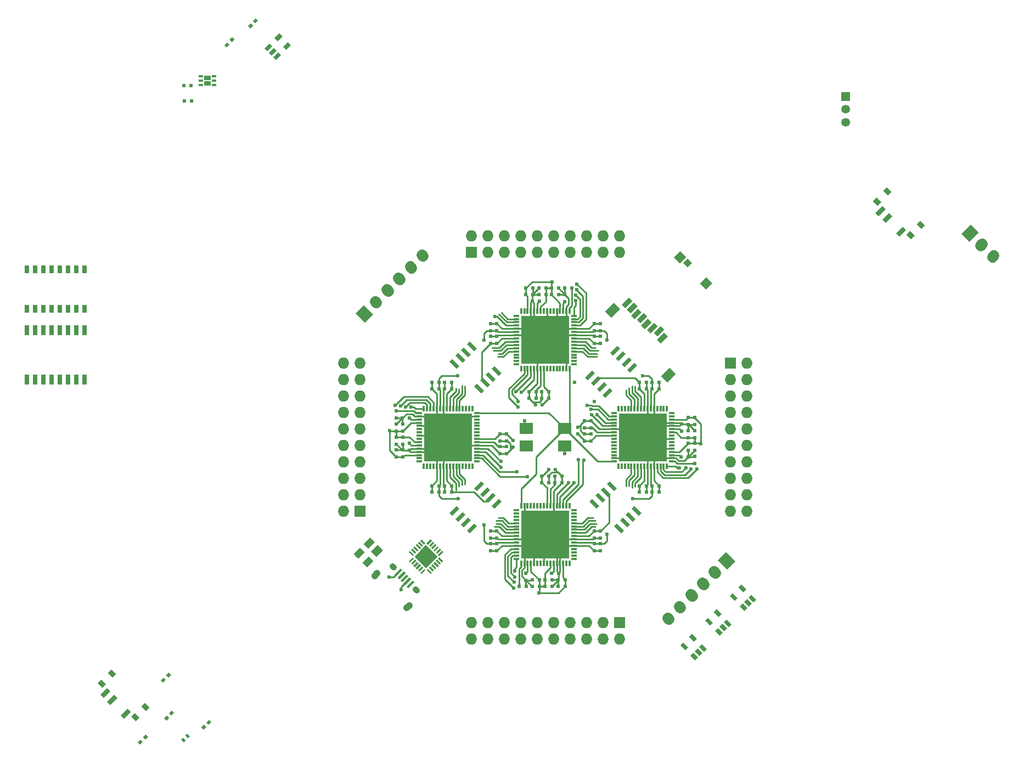
<source format=gbr>
G04 #@! TF.FileFunction,Copper,L1,Top,Signal*
%FSLAX46Y46*%
G04 Gerber Fmt 4.6, Leading zero omitted, Abs format (unit mm)*
G04 Created by KiCad (PCBNEW 4.0.6-e0-6349~53~ubuntu14.04.1) date Mon Mar 20 16:46:31 2017*
%MOMM*%
%LPD*%
G01*
G04 APERTURE LIST*
%ADD10C,0.100000*%
%ADD11R,1.727200X1.727200*%
%ADD12O,1.727200X1.727200*%
%ADD13R,0.850000X0.300000*%
%ADD14R,0.300000X0.850000*%
%ADD15R,1.837500X1.837500*%
%ADD16R,0.500000X0.600000*%
%ADD17R,0.600000X0.500000*%
%ADD18C,1.727200*%
%ADD19R,2.100000X1.700000*%
%ADD20C,0.950000*%
%ADD21C,1.000000*%
%ADD22R,1.350000X1.350000*%
%ADD23C,1.350000*%
%ADD24R,0.700000X0.300000*%
%ADD25R,1.000000X0.800000*%
%ADD26R,0.760000X1.250000*%
%ADD27R,0.760000X1.600000*%
%ADD28C,0.600000*%
%ADD29C,0.250000*%
G04 APERTURE END LIST*
D10*
G36*
X17775812Y9431951D02*
X19119315Y10775454D01*
X20109264Y9785505D01*
X18765761Y8442002D01*
X17775812Y9431951D01*
X17775812Y9431951D01*
G37*
G36*
X9184464Y19437512D02*
X10527967Y20781015D01*
X11517916Y19791066D01*
X10174413Y18447563D01*
X9184464Y19437512D01*
X9184464Y19437512D01*
G37*
G36*
X23856930Y23715509D02*
X24846879Y24705458D01*
X25766118Y23786219D01*
X24776169Y22796270D01*
X23856930Y23715509D01*
X23856930Y23715509D01*
G37*
G36*
X19826422Y27746018D02*
X20816371Y28735967D01*
X21735610Y27816728D01*
X20745661Y26826779D01*
X19826422Y27746018D01*
X19826422Y27746018D01*
G37*
G36*
X17231339Y15053451D02*
X18291999Y16114111D01*
X18857685Y15548425D01*
X17797025Y14487765D01*
X17231339Y15053451D01*
X17231339Y15053451D01*
G37*
G36*
X16736365Y16114111D02*
X17797025Y17174771D01*
X18362711Y16609085D01*
X17302051Y15548425D01*
X16736365Y16114111D01*
X16736365Y16114111D01*
G37*
G36*
X15675704Y16609086D02*
X16736364Y17669746D01*
X17302050Y17104060D01*
X16241390Y16043400D01*
X15675704Y16609086D01*
X15675704Y16609086D01*
G37*
G36*
X14756466Y17245482D02*
X15817126Y18306142D01*
X16382812Y17740456D01*
X15322152Y16679796D01*
X14756466Y17245482D01*
X14756466Y17245482D01*
G37*
G36*
X14120069Y18164721D02*
X15180729Y19225381D01*
X15746415Y18659695D01*
X14685755Y17599035D01*
X14120069Y18164721D01*
X14120069Y18164721D01*
G37*
G36*
X13200831Y18801117D02*
X14261491Y19861777D01*
X14827177Y19296091D01*
X13766517Y18235431D01*
X13200831Y18801117D01*
X13200831Y18801117D01*
G37*
G36*
X12564435Y19720356D02*
X13625095Y20781016D01*
X14190781Y20215330D01*
X13130121Y19154670D01*
X12564435Y19720356D01*
X12564435Y19720356D01*
G37*
G36*
X11786617Y20498173D02*
X12847277Y21558833D01*
X13412963Y20993147D01*
X12352303Y19932487D01*
X11786617Y20498173D01*
X11786617Y20498173D01*
G37*
G36*
X21230028Y26971736D02*
X21901779Y27643487D01*
X22608886Y26936380D01*
X21937135Y26264629D01*
X21230028Y26971736D01*
X21230028Y26971736D01*
G37*
G36*
X55657645Y32030690D02*
X54596985Y30970030D01*
X54102011Y31465004D01*
X55162671Y32525664D01*
X55657645Y32030690D01*
X55657645Y32030690D01*
G37*
G36*
X53536324Y34152010D02*
X52475664Y33091350D01*
X51980690Y33586324D01*
X53041350Y34646984D01*
X53536324Y34152010D01*
X53536324Y34152010D01*
G37*
G36*
X52475664Y35212671D02*
X51415004Y34152011D01*
X50920030Y34646985D01*
X51980690Y35707645D01*
X52475664Y35212671D01*
X52475664Y35212671D01*
G37*
G36*
X58528498Y32709512D02*
X57962813Y32143827D01*
X57255706Y32850934D01*
X57821391Y33416619D01*
X58528498Y32709512D01*
X58528498Y32709512D01*
G37*
G36*
X53366619Y37871391D02*
X52800934Y37305706D01*
X52093827Y38012813D01*
X52659512Y38578498D01*
X53366619Y37871391D01*
X53366619Y37871391D01*
G37*
G36*
X51803913Y36308685D02*
X51238228Y35743000D01*
X50531121Y36450107D01*
X51096806Y37015792D01*
X51803913Y36308685D01*
X51803913Y36308685D01*
G37*
G36*
X56965792Y31146806D02*
X56400107Y30581121D01*
X55693000Y31288228D01*
X56258685Y31853913D01*
X56965792Y31146806D01*
X56965792Y31146806D01*
G37*
D11*
X11430000Y-28575000D03*
D12*
X11430000Y-31115000D03*
X8890000Y-28575000D03*
X8890000Y-31115000D03*
X6350000Y-28575000D03*
X6350000Y-31115000D03*
X3810000Y-28575000D03*
X3810000Y-31115000D03*
X1270000Y-28575000D03*
X1270000Y-31115000D03*
X-1270000Y-28575000D03*
X-1270000Y-31115000D03*
X-3810000Y-28575000D03*
X-3810000Y-31115000D03*
X-6350000Y-28575000D03*
X-6350000Y-31115000D03*
X-8890000Y-28575000D03*
X-8890000Y-31115000D03*
X-11430000Y-28575000D03*
X-11430000Y-31115000D03*
D11*
X-28575000Y-11430000D03*
D12*
X-31115000Y-11430000D03*
X-28575000Y-8890000D03*
X-31115000Y-8890000D03*
X-28575000Y-6350000D03*
X-31115000Y-6350000D03*
X-28575000Y-3810000D03*
X-31115000Y-3810000D03*
X-28575000Y-1270000D03*
X-31115000Y-1270000D03*
X-28575000Y1270000D03*
X-31115000Y1270000D03*
X-28575000Y3810000D03*
X-31115000Y3810000D03*
X-28575000Y6350000D03*
X-31115000Y6350000D03*
X-28575000Y8890000D03*
X-31115000Y8890000D03*
X-28575000Y11430000D03*
X-31115000Y11430000D03*
D11*
X-11430000Y28575000D03*
D12*
X-11430000Y31115000D03*
X-8890000Y28575000D03*
X-8890000Y31115000D03*
X-6350000Y28575000D03*
X-6350000Y31115000D03*
X-3810000Y28575000D03*
X-3810000Y31115000D03*
X-1270000Y28575000D03*
X-1270000Y31115000D03*
X1270000Y28575000D03*
X1270000Y31115000D03*
X3810000Y28575000D03*
X3810000Y31115000D03*
X6350000Y28575000D03*
X6350000Y31115000D03*
X8890000Y28575000D03*
X8890000Y31115000D03*
X11430000Y28575000D03*
X11430000Y31115000D03*
D11*
X28575000Y11430000D03*
D12*
X31115000Y11430000D03*
X28575000Y8890000D03*
X31115000Y8890000D03*
X28575000Y6350000D03*
X31115000Y6350000D03*
X28575000Y3810000D03*
X31115000Y3810000D03*
X28575000Y1270000D03*
X31115000Y1270000D03*
X28575000Y-1270000D03*
X31115000Y-1270000D03*
X28575000Y-3810000D03*
X31115000Y-3810000D03*
X28575000Y-6350000D03*
X31115000Y-6350000D03*
X28575000Y-8890000D03*
X31115000Y-8890000D03*
X28575000Y-11430000D03*
X31115000Y-11430000D03*
D13*
X4450000Y-18750000D03*
X4450000Y-18250000D03*
X4450000Y-17750000D03*
X4450000Y-17250000D03*
X4450000Y-16750000D03*
X4450000Y-16250000D03*
X4450000Y-15750000D03*
X4450000Y-15250000D03*
X4450000Y-14750000D03*
X4450000Y-14250000D03*
X4450000Y-13750000D03*
X4450000Y-13250000D03*
X4450000Y-12750000D03*
X4450000Y-12250000D03*
X4450000Y-11750000D03*
X4450000Y-11250000D03*
D14*
X3750000Y-10550000D03*
X3250000Y-10550000D03*
X2750000Y-10550000D03*
X2250000Y-10550000D03*
X1750000Y-10550000D03*
X1250000Y-10550000D03*
X750000Y-10550000D03*
X250000Y-10550000D03*
X-250000Y-10550000D03*
X-750000Y-10550000D03*
X-1250000Y-10550000D03*
X-1750000Y-10550000D03*
X-2250000Y-10550000D03*
X-2750000Y-10550000D03*
X-3250000Y-10550000D03*
X-3750000Y-10550000D03*
D13*
X-4450000Y-11250000D03*
X-4450000Y-11750000D03*
X-4450000Y-12250000D03*
X-4450000Y-12750000D03*
X-4450000Y-13250000D03*
X-4450000Y-13750000D03*
X-4450000Y-14250000D03*
X-4450000Y-14750000D03*
X-4450000Y-15250000D03*
X-4450000Y-15750000D03*
X-4450000Y-16250000D03*
X-4450000Y-16750000D03*
X-4450000Y-17250000D03*
X-4450000Y-17750000D03*
X-4450000Y-18250000D03*
X-4450000Y-18750000D03*
D14*
X-3750000Y-19450000D03*
X-3250000Y-19450000D03*
X-2750000Y-19450000D03*
X-2250000Y-19450000D03*
X-1750000Y-19450000D03*
X-1250000Y-19450000D03*
X-750000Y-19450000D03*
X-250000Y-19450000D03*
X250000Y-19450000D03*
X750000Y-19450000D03*
X1250000Y-19450000D03*
X1750000Y-19450000D03*
X2250000Y-19450000D03*
X2750000Y-19450000D03*
X3250000Y-19450000D03*
X3750000Y-19450000D03*
D15*
X-2756250Y-12243750D03*
X-2756250Y-14081250D03*
X-2756250Y-15918750D03*
X-2756250Y-17756250D03*
X-918750Y-12243750D03*
X-918750Y-14081250D03*
X-918750Y-15918750D03*
X-918750Y-17756250D03*
X918750Y-12243750D03*
X918750Y-14081250D03*
X918750Y-15918750D03*
X918750Y-17756250D03*
X2756250Y-12243750D03*
X2756250Y-14081250D03*
X2756250Y-15918750D03*
X2756250Y-17756250D03*
D14*
X-18750000Y-4450000D03*
X-18250000Y-4450000D03*
X-17750000Y-4450000D03*
X-17250000Y-4450000D03*
X-16750000Y-4450000D03*
X-16250000Y-4450000D03*
X-15750000Y-4450000D03*
X-15250000Y-4450000D03*
X-14750000Y-4450000D03*
X-14250000Y-4450000D03*
X-13750000Y-4450000D03*
X-13250000Y-4450000D03*
X-12750000Y-4450000D03*
X-12250000Y-4450000D03*
X-11750000Y-4450000D03*
X-11250000Y-4450000D03*
D13*
X-10550000Y-3750000D03*
X-10550000Y-3250000D03*
X-10550000Y-2750000D03*
X-10550000Y-2250000D03*
X-10550000Y-1750000D03*
X-10550000Y-1250000D03*
X-10550000Y-750000D03*
X-10550000Y-250000D03*
X-10550000Y250000D03*
X-10550000Y750000D03*
X-10550000Y1250000D03*
X-10550000Y1750000D03*
X-10550000Y2250000D03*
X-10550000Y2750000D03*
X-10550000Y3250000D03*
X-10550000Y3750000D03*
D14*
X-11250000Y4450000D03*
X-11750000Y4450000D03*
X-12250000Y4450000D03*
X-12750000Y4450000D03*
X-13250000Y4450000D03*
X-13750000Y4450000D03*
X-14250000Y4450000D03*
X-14750000Y4450000D03*
X-15250000Y4450000D03*
X-15750000Y4450000D03*
X-16250000Y4450000D03*
X-16750000Y4450000D03*
X-17250000Y4450000D03*
X-17750000Y4450000D03*
X-18250000Y4450000D03*
X-18750000Y4450000D03*
D13*
X-19450000Y3750000D03*
X-19450000Y3250000D03*
X-19450000Y2750000D03*
X-19450000Y2250000D03*
X-19450000Y1750000D03*
X-19450000Y1250000D03*
X-19450000Y750000D03*
X-19450000Y250000D03*
X-19450000Y-250000D03*
X-19450000Y-750000D03*
X-19450000Y-1250000D03*
X-19450000Y-1750000D03*
X-19450000Y-2250000D03*
X-19450000Y-2750000D03*
X-19450000Y-3250000D03*
X-19450000Y-3750000D03*
D15*
X-12243750Y2756250D03*
X-14081250Y2756250D03*
X-15918750Y2756250D03*
X-17756250Y2756250D03*
X-12243750Y918750D03*
X-14081250Y918750D03*
X-15918750Y918750D03*
X-17756250Y918750D03*
X-12243750Y-918750D03*
X-14081250Y-918750D03*
X-15918750Y-918750D03*
X-17756250Y-918750D03*
X-12243750Y-2756250D03*
X-14081250Y-2756250D03*
X-15918750Y-2756250D03*
X-17756250Y-2756250D03*
D13*
X-4450000Y18750000D03*
X-4450000Y18250000D03*
X-4450000Y17750000D03*
X-4450000Y17250000D03*
X-4450000Y16750000D03*
X-4450000Y16250000D03*
X-4450000Y15750000D03*
X-4450000Y15250000D03*
X-4450000Y14750000D03*
X-4450000Y14250000D03*
X-4450000Y13750000D03*
X-4450000Y13250000D03*
X-4450000Y12750000D03*
X-4450000Y12250000D03*
X-4450000Y11750000D03*
X-4450000Y11250000D03*
D14*
X-3750000Y10550000D03*
X-3250000Y10550000D03*
X-2750000Y10550000D03*
X-2250000Y10550000D03*
X-1750000Y10550000D03*
X-1250000Y10550000D03*
X-750000Y10550000D03*
X-250000Y10550000D03*
X250000Y10550000D03*
X750000Y10550000D03*
X1250000Y10550000D03*
X1750000Y10550000D03*
X2250000Y10550000D03*
X2750000Y10550000D03*
X3250000Y10550000D03*
X3750000Y10550000D03*
D13*
X4450000Y11250000D03*
X4450000Y11750000D03*
X4450000Y12250000D03*
X4450000Y12750000D03*
X4450000Y13250000D03*
X4450000Y13750000D03*
X4450000Y14250000D03*
X4450000Y14750000D03*
X4450000Y15250000D03*
X4450000Y15750000D03*
X4450000Y16250000D03*
X4450000Y16750000D03*
X4450000Y17250000D03*
X4450000Y17750000D03*
X4450000Y18250000D03*
X4450000Y18750000D03*
D14*
X3750000Y19450000D03*
X3250000Y19450000D03*
X2750000Y19450000D03*
X2250000Y19450000D03*
X1750000Y19450000D03*
X1250000Y19450000D03*
X750000Y19450000D03*
X250000Y19450000D03*
X-250000Y19450000D03*
X-750000Y19450000D03*
X-1250000Y19450000D03*
X-1750000Y19450000D03*
X-2250000Y19450000D03*
X-2750000Y19450000D03*
X-3250000Y19450000D03*
X-3750000Y19450000D03*
D15*
X2756250Y12243750D03*
X2756250Y14081250D03*
X2756250Y15918750D03*
X2756250Y17756250D03*
X918750Y12243750D03*
X918750Y14081250D03*
X918750Y15918750D03*
X918750Y17756250D03*
X-918750Y12243750D03*
X-918750Y14081250D03*
X-918750Y15918750D03*
X-918750Y17756250D03*
X-2756250Y12243750D03*
X-2756250Y14081250D03*
X-2756250Y15918750D03*
X-2756250Y17756250D03*
D14*
X18750000Y4450000D03*
X18250000Y4450000D03*
X17750000Y4450000D03*
X17250000Y4450000D03*
X16750000Y4450000D03*
X16250000Y4450000D03*
X15750000Y4450000D03*
X15250000Y4450000D03*
X14750000Y4450000D03*
X14250000Y4450000D03*
X13750000Y4450000D03*
X13250000Y4450000D03*
X12750000Y4450000D03*
X12250000Y4450000D03*
X11750000Y4450000D03*
X11250000Y4450000D03*
D13*
X10550000Y3750000D03*
X10550000Y3250000D03*
X10550000Y2750000D03*
X10550000Y2250000D03*
X10550000Y1750000D03*
X10550000Y1250000D03*
X10550000Y750000D03*
X10550000Y250000D03*
X10550000Y-250000D03*
X10550000Y-750000D03*
X10550000Y-1250000D03*
X10550000Y-1750000D03*
X10550000Y-2250000D03*
X10550000Y-2750000D03*
X10550000Y-3250000D03*
X10550000Y-3750000D03*
D14*
X11250000Y-4450000D03*
X11750000Y-4450000D03*
X12250000Y-4450000D03*
X12750000Y-4450000D03*
X13250000Y-4450000D03*
X13750000Y-4450000D03*
X14250000Y-4450000D03*
X14750000Y-4450000D03*
X15250000Y-4450000D03*
X15750000Y-4450000D03*
X16250000Y-4450000D03*
X16750000Y-4450000D03*
X17250000Y-4450000D03*
X17750000Y-4450000D03*
X18250000Y-4450000D03*
X18750000Y-4450000D03*
D13*
X19450000Y-3750000D03*
X19450000Y-3250000D03*
X19450000Y-2750000D03*
X19450000Y-2250000D03*
X19450000Y-1750000D03*
X19450000Y-1250000D03*
X19450000Y-750000D03*
X19450000Y-250000D03*
X19450000Y250000D03*
X19450000Y750000D03*
X19450000Y1250000D03*
X19450000Y1750000D03*
X19450000Y2250000D03*
X19450000Y2750000D03*
X19450000Y3250000D03*
X19450000Y3750000D03*
D15*
X12243750Y-2756250D03*
X14081250Y-2756250D03*
X15918750Y-2756250D03*
X17756250Y-2756250D03*
X12243750Y-918750D03*
X14081250Y-918750D03*
X15918750Y-918750D03*
X17756250Y-918750D03*
X12243750Y918750D03*
X14081250Y918750D03*
X15918750Y918750D03*
X17756250Y918750D03*
X12243750Y2756250D03*
X14081250Y2756250D03*
X15918750Y2756250D03*
X17756250Y2756250D03*
D16*
X8500000Y-16450000D03*
X8500000Y-17550000D03*
X8500000Y-14450000D03*
X8500000Y-15550000D03*
D17*
X1450000Y-6000000D03*
X2550000Y-6000000D03*
X-550000Y-6000000D03*
X550000Y-6000000D03*
D16*
X7500000Y-16450000D03*
X7500000Y-17550000D03*
X7500000Y-14450000D03*
X7500000Y-15550000D03*
D17*
X1450000Y-7000000D03*
X2550000Y-7000000D03*
X-550000Y-7000000D03*
X550000Y-7000000D03*
D16*
X-7500000Y-17550000D03*
X-7500000Y-16450000D03*
X-7500000Y-15550000D03*
X-7500000Y-14450000D03*
X-3000000Y-20950000D03*
X-3000000Y-22050000D03*
D17*
X3050000Y-22000000D03*
X1950000Y-22000000D03*
X1050000Y-22000000D03*
X-50000Y-22000000D03*
X-950000Y-22000000D03*
X-2050000Y-22000000D03*
X2050000Y-21000000D03*
X950000Y-21000000D03*
D16*
X-8500000Y-17550000D03*
X-8500000Y-16450000D03*
X-8500000Y-15550000D03*
X-8500000Y-14450000D03*
D17*
X3050000Y-23000000D03*
X1950000Y-23000000D03*
X1050000Y-23000000D03*
X-50000Y-23000000D03*
X-950000Y-23000000D03*
X-2050000Y-23000000D03*
X-2950000Y-23000000D03*
X-4050000Y-23000000D03*
X-16450000Y-8500000D03*
X-17550000Y-8500000D03*
X-14450000Y-8500000D03*
X-15550000Y-8500000D03*
D16*
X-6000000Y-1450000D03*
X-6000000Y-2550000D03*
X-6000000Y550000D03*
X-6000000Y-550000D03*
D17*
X-16450000Y-7500000D03*
X-17550000Y-7500000D03*
X-14450000Y-7500000D03*
X-15550000Y-7500000D03*
D16*
X-7000000Y-1450000D03*
X-7000000Y-2550000D03*
X-7000000Y550000D03*
X-7000000Y-550000D03*
D17*
X-17550000Y7500000D03*
X-16450000Y7500000D03*
X-15550000Y7500000D03*
X-14450000Y7500000D03*
X-20950000Y3000000D03*
X-22050000Y3000000D03*
D16*
X-22000000Y-3050000D03*
X-22000000Y-1950000D03*
X-22000000Y-1050000D03*
X-22000000Y50000D03*
X-22000000Y950000D03*
X-22000000Y2050000D03*
X-21000000Y-2050000D03*
X-21000000Y-950000D03*
D17*
X-17550000Y8500000D03*
X-16450000Y8500000D03*
X-15550000Y8500000D03*
X-14450000Y8500000D03*
D16*
X-23000000Y-3050000D03*
X-23000000Y-1950000D03*
X-23000000Y-1050000D03*
X-23000000Y50000D03*
X-23000000Y950000D03*
X-23000000Y2050000D03*
X-23000000Y2950000D03*
X-23000000Y4050000D03*
X-8500000Y16450000D03*
X-8500000Y17550000D03*
X-8500000Y14450000D03*
X-8500000Y15550000D03*
D17*
X-1450000Y6000000D03*
X-2550000Y6000000D03*
X550000Y6000000D03*
X-550000Y6000000D03*
D16*
X-7500000Y16450000D03*
X-7500000Y17550000D03*
X-7500000Y14450000D03*
X-7500000Y15550000D03*
D17*
X-1450000Y7000000D03*
X-2550000Y7000000D03*
X550000Y7000000D03*
X-550000Y7000000D03*
D16*
X7500000Y17550000D03*
X7500000Y16450000D03*
X7500000Y15550000D03*
X7500000Y14450000D03*
X3000000Y20950000D03*
X3000000Y22050000D03*
D17*
X-3050000Y22000000D03*
X-1950000Y22000000D03*
X-1050000Y22000000D03*
X50000Y22000000D03*
X950000Y22000000D03*
X2050000Y22000000D03*
X-2050000Y21000000D03*
X-950000Y21000000D03*
D16*
X8500000Y17550000D03*
X8500000Y16450000D03*
X8500000Y15550000D03*
X8500000Y14450000D03*
D17*
X-3050000Y23000000D03*
X-1950000Y23000000D03*
X-1050000Y23000000D03*
X50000Y23000000D03*
X950000Y23000000D03*
X2050000Y23000000D03*
X2950000Y23000000D03*
X4050000Y23000000D03*
X16450000Y8500000D03*
X17550000Y8500000D03*
X14450000Y8500000D03*
X15550000Y8500000D03*
D16*
X6000000Y1450000D03*
X6000000Y2550000D03*
X6000000Y-550000D03*
X6000000Y550000D03*
D17*
X16450000Y7500000D03*
X17550000Y7500000D03*
X14450000Y7500000D03*
X15550000Y7500000D03*
D16*
X7000000Y1450000D03*
X7000000Y2550000D03*
X7000000Y-550000D03*
X7000000Y550000D03*
D17*
X17550000Y-7500000D03*
X16450000Y-7500000D03*
X15550000Y-7500000D03*
X14450000Y-7500000D03*
X20950000Y-3000000D03*
X22050000Y-3000000D03*
D16*
X22000000Y3050000D03*
X22000000Y1950000D03*
X22000000Y1050000D03*
X22000000Y-50000D03*
X22000000Y-950000D03*
X22000000Y-2050000D03*
X21000000Y2050000D03*
X21000000Y950000D03*
D17*
X17550000Y-8500000D03*
X16450000Y-8500000D03*
X15550000Y-8500000D03*
X14450000Y-8500000D03*
D16*
X23000000Y3050000D03*
X23000000Y1950000D03*
X23000000Y1050000D03*
X23000000Y-50000D03*
X23000000Y-950000D03*
X23000000Y-2050000D03*
X23000000Y-2950000D03*
X23000000Y-4050000D03*
D10*
G36*
X27380642Y-30169526D02*
X26921023Y-30629145D01*
X26171490Y-29879612D01*
X26631109Y-29419993D01*
X27380642Y-30169526D01*
X27380642Y-30169526D01*
G37*
G36*
X28052393Y-29497774D02*
X27592774Y-29957393D01*
X26843241Y-29207860D01*
X27302860Y-28748241D01*
X28052393Y-29497774D01*
X28052393Y-29497774D01*
G37*
G36*
X28724145Y-28826023D02*
X28264526Y-29285642D01*
X27514993Y-28536109D01*
X27974612Y-28076490D01*
X28724145Y-28826023D01*
X28724145Y-28826023D01*
G37*
G36*
X27168510Y-27270388D02*
X26708891Y-27730007D01*
X25959358Y-26980474D01*
X26418977Y-26520855D01*
X27168510Y-27270388D01*
X27168510Y-27270388D01*
G37*
G36*
X25825007Y-28613891D02*
X25365388Y-29073510D01*
X24615855Y-28323977D01*
X25075474Y-27864358D01*
X25825007Y-28613891D01*
X25825007Y-28613891D01*
G37*
G36*
X31190642Y-26359526D02*
X30731023Y-26819145D01*
X29981490Y-26069612D01*
X30441109Y-25609993D01*
X31190642Y-26359526D01*
X31190642Y-26359526D01*
G37*
G36*
X31862393Y-25687774D02*
X31402774Y-26147393D01*
X30653241Y-25397860D01*
X31112860Y-24938241D01*
X31862393Y-25687774D01*
X31862393Y-25687774D01*
G37*
G36*
X32534145Y-25016023D02*
X32074526Y-25475642D01*
X31324993Y-24726109D01*
X31784612Y-24266490D01*
X32534145Y-25016023D01*
X32534145Y-25016023D01*
G37*
G36*
X30978510Y-23460388D02*
X30518891Y-23920007D01*
X29769358Y-23170474D01*
X30228977Y-22710855D01*
X30978510Y-23460388D01*
X30978510Y-23460388D01*
G37*
G36*
X29635007Y-24803891D02*
X29175388Y-25263510D01*
X28425855Y-24513977D01*
X28885474Y-24054358D01*
X29635007Y-24803891D01*
X29635007Y-24803891D01*
G37*
G36*
X12117290Y-14387103D02*
X11693026Y-14811367D01*
X10597010Y-13715351D01*
X11021274Y-13291087D01*
X12117290Y-14387103D01*
X12117290Y-14387103D01*
G37*
G36*
X13015316Y-13489077D02*
X12591052Y-13913341D01*
X11495036Y-12817325D01*
X11919300Y-12393061D01*
X13015316Y-13489077D01*
X13015316Y-13489077D01*
G37*
G36*
X13913341Y-12591052D02*
X13489077Y-13015316D01*
X12393061Y-11919300D01*
X12817325Y-11495036D01*
X13913341Y-12591052D01*
X13913341Y-12591052D01*
G37*
G36*
X14811367Y-11693026D02*
X14387103Y-12117290D01*
X13291087Y-11021274D01*
X13715351Y-10597010D01*
X14811367Y-11693026D01*
X14811367Y-11693026D01*
G37*
G36*
X10992990Y-7874649D02*
X10568726Y-8298913D01*
X9472710Y-7202897D01*
X9896974Y-6778633D01*
X10992990Y-7874649D01*
X10992990Y-7874649D01*
G37*
G36*
X10094964Y-8772675D02*
X9670700Y-9196939D01*
X8574684Y-8100923D01*
X8998948Y-7676659D01*
X10094964Y-8772675D01*
X10094964Y-8772675D01*
G37*
G36*
X9196939Y-9670700D02*
X8772675Y-10094964D01*
X7676659Y-8998948D01*
X8100923Y-8574684D01*
X9196939Y-9670700D01*
X9196939Y-9670700D01*
G37*
G36*
X8298913Y-10568726D02*
X7874649Y-10992990D01*
X6778633Y-9896974D01*
X7202897Y-9472710D01*
X8298913Y-10568726D01*
X8298913Y-10568726D01*
G37*
G36*
X-14387103Y-12117290D02*
X-14811367Y-11693026D01*
X-13715351Y-10597010D01*
X-13291087Y-11021274D01*
X-14387103Y-12117290D01*
X-14387103Y-12117290D01*
G37*
G36*
X-13489077Y-13015316D02*
X-13913341Y-12591052D01*
X-12817325Y-11495036D01*
X-12393061Y-11919300D01*
X-13489077Y-13015316D01*
X-13489077Y-13015316D01*
G37*
G36*
X-12591052Y-13913341D02*
X-13015316Y-13489077D01*
X-11919300Y-12393061D01*
X-11495036Y-12817325D01*
X-12591052Y-13913341D01*
X-12591052Y-13913341D01*
G37*
G36*
X-11693026Y-14811367D02*
X-12117290Y-14387103D01*
X-11021274Y-13291087D01*
X-10597010Y-13715351D01*
X-11693026Y-14811367D01*
X-11693026Y-14811367D01*
G37*
G36*
X-7874649Y-10992990D02*
X-8298913Y-10568726D01*
X-7202897Y-9472710D01*
X-6778633Y-9896974D01*
X-7874649Y-10992990D01*
X-7874649Y-10992990D01*
G37*
G36*
X-8772675Y-10094964D02*
X-9196939Y-9670700D01*
X-8100923Y-8574684D01*
X-7676659Y-8998948D01*
X-8772675Y-10094964D01*
X-8772675Y-10094964D01*
G37*
G36*
X-9670700Y-9196939D02*
X-10094964Y-8772675D01*
X-8998948Y-7676659D01*
X-8574684Y-8100923D01*
X-9670700Y-9196939D01*
X-9670700Y-9196939D01*
G37*
G36*
X-10568726Y-8298913D02*
X-10992990Y-7874649D01*
X-9896974Y-6778633D01*
X-9472710Y-7202897D01*
X-10568726Y-8298913D01*
X-10568726Y-8298913D01*
G37*
G36*
X-12117290Y14387103D02*
X-11693026Y14811367D01*
X-10597010Y13715351D01*
X-11021274Y13291087D01*
X-12117290Y14387103D01*
X-12117290Y14387103D01*
G37*
G36*
X-13015316Y13489077D02*
X-12591052Y13913341D01*
X-11495036Y12817325D01*
X-11919300Y12393061D01*
X-13015316Y13489077D01*
X-13015316Y13489077D01*
G37*
G36*
X-13913341Y12591052D02*
X-13489077Y13015316D01*
X-12393061Y11919300D01*
X-12817325Y11495036D01*
X-13913341Y12591052D01*
X-13913341Y12591052D01*
G37*
G36*
X-14811367Y11693026D02*
X-14387103Y12117290D01*
X-13291087Y11021274D01*
X-13715351Y10597010D01*
X-14811367Y11693026D01*
X-14811367Y11693026D01*
G37*
G36*
X-10992990Y7874649D02*
X-10568726Y8298913D01*
X-9472710Y7202897D01*
X-9896974Y6778633D01*
X-10992990Y7874649D01*
X-10992990Y7874649D01*
G37*
G36*
X-10094964Y8772675D02*
X-9670700Y9196939D01*
X-8574684Y8100923D01*
X-8998948Y7676659D01*
X-10094964Y8772675D01*
X-10094964Y8772675D01*
G37*
G36*
X-9196939Y9670700D02*
X-8772675Y10094964D01*
X-7676659Y8998948D01*
X-8100923Y8574684D01*
X-9196939Y9670700D01*
X-9196939Y9670700D01*
G37*
G36*
X-8298913Y10568726D02*
X-7874649Y10992990D01*
X-6778633Y9896974D01*
X-7202897Y9472710D01*
X-8298913Y10568726D01*
X-8298913Y10568726D01*
G37*
G36*
X13752103Y11482290D02*
X14176367Y11058026D01*
X13080351Y9962010D01*
X12656087Y10386274D01*
X13752103Y11482290D01*
X13752103Y11482290D01*
G37*
G36*
X12854077Y12380316D02*
X13278341Y11956052D01*
X12182325Y10860036D01*
X11758061Y11284300D01*
X12854077Y12380316D01*
X12854077Y12380316D01*
G37*
G36*
X11956052Y13278341D02*
X12380316Y12854077D01*
X11284300Y11758061D01*
X10860036Y12182325D01*
X11956052Y13278341D01*
X11956052Y13278341D01*
G37*
G36*
X11058026Y14176367D02*
X11482290Y13752103D01*
X10386274Y12656087D01*
X9962010Y13080351D01*
X11058026Y14176367D01*
X11058026Y14176367D01*
G37*
G36*
X7239649Y10357990D02*
X7663913Y9933726D01*
X6567897Y8837710D01*
X6143633Y9261974D01*
X7239649Y10357990D01*
X7239649Y10357990D01*
G37*
G36*
X8137675Y9459964D02*
X8561939Y9035700D01*
X7465923Y7939684D01*
X7041659Y8363948D01*
X8137675Y9459964D01*
X8137675Y9459964D01*
G37*
G36*
X9035700Y8561939D02*
X9459964Y8137675D01*
X8363948Y7041659D01*
X7939684Y7465923D01*
X9035700Y8561939D01*
X9035700Y8561939D01*
G37*
G36*
X9933726Y7663913D02*
X10357990Y7239649D01*
X9261974Y6143633D01*
X8837710Y6567897D01*
X9933726Y7663913D01*
X9933726Y7663913D01*
G37*
G36*
X64170922Y31392237D02*
X65607763Y32829078D01*
X66829078Y31607763D01*
X65392237Y30170922D01*
X64170922Y31392237D01*
X64170922Y31392237D01*
G37*
D18*
X67403814Y29811712D02*
X67188288Y29596186D01*
X69199865Y28015661D02*
X68984339Y27800135D01*
D10*
G36*
X-48325736Y61777818D02*
X-47972182Y61424264D01*
X-48396446Y61000000D01*
X-48750000Y61353554D01*
X-48325736Y61777818D01*
X-48325736Y61777818D01*
G37*
G36*
X-49103554Y61000000D02*
X-48750000Y60646446D01*
X-49174264Y60222182D01*
X-49527818Y60575736D01*
X-49103554Y61000000D01*
X-49103554Y61000000D01*
G37*
G36*
X-45524264Y63122182D02*
X-45877818Y63475736D01*
X-45453554Y63900000D01*
X-45100000Y63546446D01*
X-45524264Y63122182D01*
X-45524264Y63122182D01*
G37*
G36*
X-44746446Y63900000D02*
X-45100000Y64253554D01*
X-44675736Y64677818D01*
X-44322182Y64324264D01*
X-44746446Y63900000D01*
X-44746446Y63900000D01*
G37*
G36*
X-42894526Y59589358D02*
X-43354145Y60048977D01*
X-42604612Y60798510D01*
X-42144993Y60338891D01*
X-42894526Y59589358D01*
X-42894526Y59589358D01*
G37*
G36*
X-42222774Y58917607D02*
X-42682393Y59377226D01*
X-41932860Y60126759D01*
X-41473241Y59667140D01*
X-42222774Y58917607D01*
X-42222774Y58917607D01*
G37*
G36*
X-41551023Y58245855D02*
X-42010642Y58705474D01*
X-41261109Y59455007D01*
X-40801490Y58995388D01*
X-41551023Y58245855D01*
X-41551023Y58245855D01*
G37*
G36*
X-39995388Y59801490D02*
X-40455007Y60261109D01*
X-39705474Y61010642D01*
X-39245855Y60551023D01*
X-39995388Y59801490D01*
X-39995388Y59801490D01*
G37*
G36*
X-41338891Y61144993D02*
X-41798510Y61604612D01*
X-41048977Y62354145D01*
X-40589358Y61894526D01*
X-41338891Y61144993D01*
X-41338891Y61144993D01*
G37*
D19*
X-2950000Y-1350000D03*
X2950000Y-1350000D03*
X2950000Y1350000D03*
X-2950000Y1350000D03*
D10*
G36*
X-27832237Y17720922D02*
X-29269078Y19157763D01*
X-28047763Y20379078D01*
X-26610922Y18942237D01*
X-27832237Y17720922D01*
X-27832237Y17720922D01*
G37*
D18*
X-26251712Y20953814D02*
X-26036186Y20738288D01*
X-24455661Y22749865D02*
X-24240135Y22534339D01*
X-22659609Y24545917D02*
X-22444083Y24330391D01*
X-20863558Y26341968D02*
X-20648032Y26126442D01*
X-19067507Y28138019D02*
X-18851981Y27922493D01*
D10*
G36*
X27832237Y-17720922D02*
X29269078Y-19157763D01*
X28047763Y-20379078D01*
X26610922Y-18942237D01*
X27832237Y-17720922D01*
X27832237Y-17720922D01*
G37*
D18*
X26251712Y-20953814D02*
X26036186Y-20738288D01*
X24455661Y-22749865D02*
X24240135Y-22534339D01*
X22659609Y-24545917D02*
X22444083Y-24330391D01*
X20863558Y-26341968D02*
X20648032Y-26126442D01*
X19067507Y-28138019D02*
X18851981Y-27922493D01*
D10*
G36*
X23570642Y-33979526D02*
X23111023Y-34439145D01*
X22361490Y-33689612D01*
X22821109Y-33229993D01*
X23570642Y-33979526D01*
X23570642Y-33979526D01*
G37*
G36*
X24242393Y-33307774D02*
X23782774Y-33767393D01*
X23033241Y-33017860D01*
X23492860Y-32558241D01*
X24242393Y-33307774D01*
X24242393Y-33307774D01*
G37*
G36*
X24914145Y-32636023D02*
X24454526Y-33095642D01*
X23704993Y-32346109D01*
X24164612Y-31886490D01*
X24914145Y-32636023D01*
X24914145Y-32636023D01*
G37*
G36*
X23358510Y-31080388D02*
X22898891Y-31540007D01*
X22149358Y-30790474D01*
X22608977Y-30330855D01*
X23358510Y-31080388D01*
X23358510Y-31080388D01*
G37*
G36*
X22015007Y-32423891D02*
X21555388Y-32883510D01*
X20805855Y-32133977D01*
X21265474Y-31674358D01*
X22015007Y-32423891D01*
X22015007Y-32423891D01*
G37*
G36*
X-20872196Y-19316561D02*
X-21084328Y-19104429D01*
X-20483288Y-18503389D01*
X-20271156Y-18715521D01*
X-20872196Y-19316561D01*
X-20872196Y-19316561D01*
G37*
G36*
X-20518642Y-19670114D02*
X-20730774Y-19457982D01*
X-20129734Y-18856942D01*
X-19917602Y-19069074D01*
X-20518642Y-19670114D01*
X-20518642Y-19670114D01*
G37*
G36*
X-20165089Y-20023668D02*
X-20377221Y-19811536D01*
X-19776181Y-19210496D01*
X-19564049Y-19422628D01*
X-20165089Y-20023668D01*
X-20165089Y-20023668D01*
G37*
G36*
X-19811536Y-20377221D02*
X-20023668Y-20165089D01*
X-19422628Y-19564049D01*
X-19210496Y-19776181D01*
X-19811536Y-20377221D01*
X-19811536Y-20377221D01*
G37*
G36*
X-19457982Y-20730774D02*
X-19670114Y-20518642D01*
X-19069074Y-19917602D01*
X-18856942Y-20129734D01*
X-19457982Y-20730774D01*
X-19457982Y-20730774D01*
G37*
G36*
X-19104429Y-21084328D02*
X-19316561Y-20872196D01*
X-18715521Y-20271156D01*
X-18503389Y-20483288D01*
X-19104429Y-21084328D01*
X-19104429Y-21084328D01*
G37*
G36*
X-17513439Y-20872196D02*
X-17725571Y-21084328D01*
X-18326611Y-20483288D01*
X-18114479Y-20271156D01*
X-17513439Y-20872196D01*
X-17513439Y-20872196D01*
G37*
G36*
X-17159886Y-20518642D02*
X-17372018Y-20730774D01*
X-17973058Y-20129734D01*
X-17760926Y-19917602D01*
X-17159886Y-20518642D01*
X-17159886Y-20518642D01*
G37*
G36*
X-16806332Y-20165089D02*
X-17018464Y-20377221D01*
X-17619504Y-19776181D01*
X-17407372Y-19564049D01*
X-16806332Y-20165089D01*
X-16806332Y-20165089D01*
G37*
G36*
X-16452779Y-19811536D02*
X-16664911Y-20023668D01*
X-17265951Y-19422628D01*
X-17053819Y-19210496D01*
X-16452779Y-19811536D01*
X-16452779Y-19811536D01*
G37*
G36*
X-16099226Y-19457982D02*
X-16311358Y-19670114D01*
X-16912398Y-19069074D01*
X-16700266Y-18856942D01*
X-16099226Y-19457982D01*
X-16099226Y-19457982D01*
G37*
G36*
X-15745672Y-19104429D02*
X-15957804Y-19316561D01*
X-16558844Y-18715521D01*
X-16346712Y-18503389D01*
X-15745672Y-19104429D01*
X-15745672Y-19104429D01*
G37*
G36*
X-16346712Y-18326611D02*
X-16558844Y-18114479D01*
X-15957804Y-17513439D01*
X-15745672Y-17725571D01*
X-16346712Y-18326611D01*
X-16346712Y-18326611D01*
G37*
G36*
X-16700266Y-17973058D02*
X-16912398Y-17760926D01*
X-16311358Y-17159886D01*
X-16099226Y-17372018D01*
X-16700266Y-17973058D01*
X-16700266Y-17973058D01*
G37*
G36*
X-17053819Y-17619504D02*
X-17265951Y-17407372D01*
X-16664911Y-16806332D01*
X-16452779Y-17018464D01*
X-17053819Y-17619504D01*
X-17053819Y-17619504D01*
G37*
G36*
X-17407372Y-17265951D02*
X-17619504Y-17053819D01*
X-17018464Y-16452779D01*
X-16806332Y-16664911D01*
X-17407372Y-17265951D01*
X-17407372Y-17265951D01*
G37*
G36*
X-17760926Y-16912398D02*
X-17973058Y-16700266D01*
X-17372018Y-16099226D01*
X-17159886Y-16311358D01*
X-17760926Y-16912398D01*
X-17760926Y-16912398D01*
G37*
G36*
X-18114479Y-16558844D02*
X-18326611Y-16346712D01*
X-17725571Y-15745672D01*
X-17513439Y-15957804D01*
X-18114479Y-16558844D01*
X-18114479Y-16558844D01*
G37*
G36*
X-18503389Y-16346712D02*
X-18715521Y-16558844D01*
X-19316561Y-15957804D01*
X-19104429Y-15745672D01*
X-18503389Y-16346712D01*
X-18503389Y-16346712D01*
G37*
G36*
X-18856942Y-16700266D02*
X-19069074Y-16912398D01*
X-19670114Y-16311358D01*
X-19457982Y-16099226D01*
X-18856942Y-16700266D01*
X-18856942Y-16700266D01*
G37*
G36*
X-19210496Y-17053819D02*
X-19422628Y-17265951D01*
X-20023668Y-16664911D01*
X-19811536Y-16452779D01*
X-19210496Y-17053819D01*
X-19210496Y-17053819D01*
G37*
G36*
X-19564049Y-17407372D02*
X-19776181Y-17619504D01*
X-20377221Y-17018464D01*
X-20165089Y-16806332D01*
X-19564049Y-17407372D01*
X-19564049Y-17407372D01*
G37*
G36*
X-19917602Y-17760926D02*
X-20129734Y-17973058D01*
X-20730774Y-17372018D01*
X-20518642Y-17159886D01*
X-19917602Y-17760926D01*
X-19917602Y-17760926D01*
G37*
G36*
X-20271156Y-18114479D02*
X-20483288Y-18326611D01*
X-21084328Y-17725571D01*
X-20872196Y-17513439D01*
X-20271156Y-18114479D01*
X-20271156Y-18114479D01*
G37*
G36*
X-17495761Y-19334239D02*
X-18415000Y-18415000D01*
X-17495761Y-17495761D01*
X-16576522Y-18415000D01*
X-17495761Y-19334239D01*
X-17495761Y-19334239D01*
G37*
G36*
X-18415000Y-18415000D02*
X-19334239Y-17495761D01*
X-18415000Y-16576522D01*
X-17495761Y-17495761D01*
X-18415000Y-18415000D01*
X-18415000Y-18415000D01*
G37*
G36*
X-18415000Y-20253478D02*
X-19334239Y-19334239D01*
X-18415000Y-18415000D01*
X-17495761Y-19334239D01*
X-18415000Y-20253478D01*
X-18415000Y-20253478D01*
G37*
G36*
X-19334239Y-19334239D02*
X-20253478Y-18415000D01*
X-19334239Y-17495761D01*
X-18415000Y-18415000D01*
X-19334239Y-19334239D01*
X-19334239Y-19334239D01*
G37*
G36*
X-23010869Y-21453960D02*
X-23293711Y-21171118D01*
X-22339117Y-20216524D01*
X-22056275Y-20499366D01*
X-23010869Y-21453960D01*
X-23010869Y-21453960D01*
G37*
G36*
X-22551249Y-21913580D02*
X-22834091Y-21630738D01*
X-21879497Y-20676144D01*
X-21596655Y-20958986D01*
X-22551249Y-21913580D01*
X-22551249Y-21913580D01*
G37*
G36*
X-22091630Y-22373199D02*
X-22374472Y-22090357D01*
X-21419878Y-21135763D01*
X-21137036Y-21418605D01*
X-22091630Y-22373199D01*
X-22091630Y-22373199D01*
G37*
G36*
X-21632010Y-22832818D02*
X-21914852Y-22549976D01*
X-20960258Y-21595382D01*
X-20677416Y-21878224D01*
X-21632010Y-22832818D01*
X-21632010Y-22832818D01*
G37*
G36*
X-21172391Y-23292438D02*
X-21455233Y-23009596D01*
X-20500639Y-22055002D01*
X-20217797Y-22337844D01*
X-21172391Y-23292438D01*
X-21172391Y-23292438D01*
G37*
D20*
X-23629587Y-19880648D02*
X-23417455Y-20092780D01*
X-20094053Y-23416182D02*
X-19881921Y-23628314D01*
D21*
X-26334270Y-21383250D02*
X-25945362Y-20994342D01*
X-21384522Y-26332997D02*
X-20995614Y-25944089D01*
D10*
G36*
X-55747487Y-47071751D02*
X-56171751Y-46647487D01*
X-55888909Y-46364645D01*
X-55464645Y-46788909D01*
X-55747487Y-47071751D01*
X-55747487Y-47071751D01*
G37*
G36*
X-55111091Y-46435355D02*
X-55535355Y-46011091D01*
X-55252513Y-45728249D01*
X-54828249Y-46152513D01*
X-55111091Y-46435355D01*
X-55111091Y-46435355D01*
G37*
G36*
X-63942355Y-42369310D02*
X-65003015Y-43429970D01*
X-65497989Y-42934996D01*
X-64437329Y-41874336D01*
X-63942355Y-42369310D01*
X-63942355Y-42369310D01*
G37*
G36*
X-66063676Y-40247990D02*
X-67124336Y-41308650D01*
X-67619310Y-40813676D01*
X-66558650Y-39753016D01*
X-66063676Y-40247990D01*
X-66063676Y-40247990D01*
G37*
G36*
X-67124336Y-39187329D02*
X-68184996Y-40247989D01*
X-68679970Y-39753015D01*
X-67619310Y-38692355D01*
X-67124336Y-39187329D01*
X-67124336Y-39187329D01*
G37*
G36*
X-61071502Y-41690488D02*
X-61637187Y-42256173D01*
X-62344294Y-41549066D01*
X-61778609Y-40983381D01*
X-61071502Y-41690488D01*
X-61071502Y-41690488D01*
G37*
G36*
X-66233381Y-36528609D02*
X-66799066Y-37094294D01*
X-67506173Y-36387187D01*
X-66940488Y-35821502D01*
X-66233381Y-36528609D01*
X-66233381Y-36528609D01*
G37*
G36*
X-67796087Y-38091315D02*
X-68361772Y-38657000D01*
X-69068879Y-37949893D01*
X-68503194Y-37384208D01*
X-67796087Y-38091315D01*
X-67796087Y-38091315D01*
G37*
G36*
X-62634208Y-43253194D02*
X-63199893Y-43818879D01*
X-63907000Y-43111772D01*
X-63341315Y-42546087D01*
X-62634208Y-43253194D01*
X-62634208Y-43253194D01*
G37*
G36*
X-58474264Y-43727818D02*
X-58827818Y-43374264D01*
X-58403554Y-42950000D01*
X-58050000Y-43303554D01*
X-58474264Y-43727818D01*
X-58474264Y-43727818D01*
G37*
G36*
X-57696446Y-42950000D02*
X-58050000Y-42596446D01*
X-57625736Y-42172182D01*
X-57272182Y-42525736D01*
X-57696446Y-42950000D01*
X-57696446Y-42950000D01*
G37*
G36*
X-52774264Y-45127818D02*
X-53127818Y-44774264D01*
X-52703554Y-44350000D01*
X-52350000Y-44703554D01*
X-52774264Y-45127818D01*
X-52774264Y-45127818D01*
G37*
G36*
X-51996446Y-44350000D02*
X-52350000Y-43996446D01*
X-51925736Y-43572182D01*
X-51572182Y-43925736D01*
X-51996446Y-44350000D01*
X-51996446Y-44350000D01*
G37*
G36*
X-62524264Y-47427818D02*
X-62877818Y-47074264D01*
X-62453554Y-46650000D01*
X-62100000Y-47003554D01*
X-62524264Y-47427818D01*
X-62524264Y-47427818D01*
G37*
G36*
X-61746446Y-46650000D02*
X-62100000Y-46296446D01*
X-61675736Y-45872182D01*
X-61322182Y-46225736D01*
X-61746446Y-46650000D01*
X-61746446Y-46650000D01*
G37*
G36*
X-58974264Y-37877818D02*
X-59327818Y-37524264D01*
X-58903554Y-37100000D01*
X-58550000Y-37453554D01*
X-58974264Y-37877818D01*
X-58974264Y-37877818D01*
G37*
G36*
X-58196446Y-37100000D02*
X-58550000Y-36746446D01*
X-58125736Y-36322182D01*
X-57772182Y-36675736D01*
X-58196446Y-37100000D01*
X-58196446Y-37100000D01*
G37*
G36*
X-25064426Y-17475569D02*
X-26054050Y-18465193D01*
X-26901786Y-17617457D01*
X-25912162Y-16627833D01*
X-25064426Y-17475569D01*
X-25064426Y-17475569D01*
G37*
G36*
X-26350399Y-16189597D02*
X-27340023Y-17179221D01*
X-28047667Y-16471577D01*
X-27058043Y-15481953D01*
X-26350399Y-16189597D01*
X-26350399Y-16189597D01*
G37*
G36*
X-27905779Y-17744977D02*
X-28895403Y-18734601D01*
X-29603047Y-18026957D01*
X-28613423Y-17037333D01*
X-27905779Y-17744977D01*
X-27905779Y-17744977D01*
G37*
G36*
X-26562333Y-19088423D02*
X-27551957Y-20078047D01*
X-28259601Y-19370403D01*
X-27269977Y-18380779D01*
X-26562333Y-19088423D01*
X-26562333Y-19088423D01*
G37*
D22*
X46300000Y52600000D03*
D23*
X46300000Y50600000D03*
X46300000Y48600000D03*
D17*
X-55700000Y51900000D03*
X-54600000Y51900000D03*
X-55800000Y54300000D03*
X-54700000Y54300000D03*
D24*
X-53200000Y55700000D03*
X-53200000Y55050000D03*
X-53200000Y54400000D03*
X-51100000Y55700000D03*
X-51100000Y54400000D03*
X-51100000Y55050000D03*
D25*
X-52150000Y54650000D03*
X-52150000Y55450000D03*
D26*
X-80010000Y19785000D03*
X-71120000Y25935000D03*
X-78740000Y19785000D03*
X-72390000Y25935000D03*
X-77470000Y19785000D03*
X-73660000Y25935000D03*
X-76200000Y19785000D03*
X-74930000Y25935000D03*
X-74930000Y19785000D03*
X-76200000Y25935000D03*
X-73660000Y19785000D03*
X-77470000Y25935000D03*
X-72390000Y19785000D03*
X-78740000Y25935000D03*
X-71120000Y19785000D03*
X-80010000Y25935000D03*
D27*
X-80010000Y8890000D03*
X-71120000Y16510000D03*
X-78740000Y8890000D03*
X-72390000Y16510000D03*
X-77470000Y8890000D03*
X-73660000Y16510000D03*
X-76200000Y8890000D03*
X-74930000Y16510000D03*
X-74930000Y8890000D03*
X-76200000Y16510000D03*
X-73660000Y8890000D03*
X-77470000Y16510000D03*
X-72390000Y8890000D03*
X-78740000Y16510000D03*
X-71120000Y8890000D03*
X-80010000Y16510000D03*
D28*
X4500000Y8500000D03*
X9500000Y-15000000D03*
X24000000Y-1000000D03*
X15000000Y9500000D03*
X9500000Y15000000D03*
X-1000000Y-24000000D03*
X-24000000Y1000000D03*
X-9500000Y15000000D03*
X1000000Y24000000D03*
X13500000Y-9500000D03*
X-9500000Y-13500000D03*
X-13450000Y-9500000D03*
X-13500000Y9500000D03*
X5100000Y-3500000D03*
X5950000Y-3550000D03*
X3550000Y-7000000D03*
X4450000Y-7000000D03*
X6450000Y4950000D03*
X7000000Y4300000D03*
X7100000Y3500000D03*
X8000000Y3500000D03*
X500000Y-5000000D03*
X-5000000Y-500000D03*
X-500000Y5000000D03*
X5000000Y500000D03*
X-3175000Y2540000D03*
X7500000Y5500000D03*
X3000000Y-2500000D03*
X5000000Y1500000D03*
X1500000Y-5000000D03*
X-5000000Y-1500000D03*
X-1500000Y5000000D03*
X-2750000Y-6050000D03*
X-4400000Y-5300000D03*
X-6850000Y-3750000D03*
X-6850000Y-4650000D03*
X-4200000Y4650000D03*
X-4200000Y5550000D03*
X-3700000Y6950000D03*
X-4550000Y7000000D03*
X-4900000Y-23250000D03*
X-4850000Y-22350000D03*
X-4700000Y-21550000D03*
X-4700000Y-20650000D03*
X-23150000Y4900000D03*
X-22350000Y4850000D03*
X-21550000Y4700000D03*
X-20700000Y4700000D03*
X-7800000Y18600000D03*
X4850000Y23650000D03*
X4850000Y22750000D03*
X4700000Y21950000D03*
X4700000Y21050000D03*
X23350000Y-4900000D03*
X22450000Y-4900000D03*
X21650000Y-4700000D03*
X20700000Y-4700000D03*
X-22225000Y-23495000D03*
X-24130000Y-21590000D03*
D29*
X-4450000Y16250000D02*
X-7300000Y16250000D01*
X-7300000Y16250000D02*
X-7500000Y16450000D01*
X8500000Y-16450000D02*
X9050000Y-16450000D01*
X9500000Y-16000000D02*
X9500000Y-15000000D01*
X9050000Y-16450000D02*
X9500000Y-16000000D01*
X23000000Y3050000D02*
X23000000Y3000000D01*
X23000000Y3000000D02*
X24000000Y2000000D01*
X23950000Y-950000D02*
X24000000Y-1000000D01*
X23000000Y-950000D02*
X23950000Y-950000D01*
X24000000Y2000000D02*
X24000000Y-1000000D01*
X23000000Y-50000D02*
X23000000Y-950000D01*
X16450000Y8500000D02*
X16450000Y8950000D01*
X15900000Y9500000D02*
X15000000Y9500000D01*
X16450000Y8950000D02*
X15900000Y9500000D01*
X8500000Y16450000D02*
X9050000Y16450000D01*
X9500000Y16000000D02*
X9500000Y15000000D01*
X9050000Y16450000D02*
X9500000Y16000000D01*
X-23000000Y50000D02*
X-23000000Y950000D01*
X-50000Y-23000000D02*
X-950000Y-23000000D01*
X3050000Y-23000000D02*
X3000000Y-23000000D01*
X3000000Y-23000000D02*
X2000000Y-24000000D01*
X2000000Y-24000000D02*
X-1000000Y-24000000D01*
X-950000Y-23000000D02*
X-950000Y-23950000D01*
X-950000Y-23950000D02*
X-1000000Y-24000000D01*
X-23000000Y-3050000D02*
X-23000000Y-3000000D01*
X-23000000Y-3000000D02*
X-24000000Y-2000000D01*
X-24000000Y-2000000D02*
X-24000000Y1000000D01*
X-23000000Y950000D02*
X-23950000Y950000D01*
X-23950000Y950000D02*
X-24000000Y1000000D01*
X-8500000Y16450000D02*
X-9050000Y16450000D01*
X-9500000Y16000000D02*
X-9500000Y15000000D01*
X-9050000Y16450000D02*
X-9500000Y16000000D01*
X-3050000Y23000000D02*
X-3000000Y23000000D01*
X-3000000Y23000000D02*
X-2000000Y24000000D01*
X950000Y23950000D02*
X1000000Y24000000D01*
X950000Y23000000D02*
X950000Y23950000D01*
X-2000000Y24000000D02*
X1000000Y24000000D01*
X16450000Y-8500000D02*
X16450000Y-9050000D01*
X16000000Y-9500000D02*
X13500000Y-9500000D01*
X16450000Y-9050000D02*
X16000000Y-9500000D01*
X-8500000Y-16450000D02*
X-9050000Y-16450000D01*
X-9500000Y-16000000D02*
X-9500000Y-13500000D01*
X-9050000Y-16450000D02*
X-9500000Y-16000000D01*
X-16450000Y-8500000D02*
X-16450000Y-9050000D01*
X-16000000Y-9500000D02*
X-13450000Y-9500000D01*
X-16450000Y-9050000D02*
X-16000000Y-9500000D01*
X-16450000Y8500000D02*
X-16450000Y9050000D01*
X-16000000Y9500000D02*
X-13500000Y9500000D01*
X-16450000Y9050000D02*
X-16000000Y9500000D01*
X-16450000Y7500000D02*
X-16450000Y8500000D01*
X-16250000Y4450000D02*
X-16250000Y7300000D01*
X-16250000Y7300000D02*
X-16450000Y7500000D01*
X-23000000Y-3050000D02*
X-23000000Y-3035000D01*
X-22000000Y950000D02*
X-23000000Y950000D01*
X-19450000Y2250000D02*
X-20700000Y2250000D01*
X-20700000Y2250000D02*
X-22000000Y950000D01*
X-22000000Y50000D02*
X-23000000Y50000D01*
X-19450000Y-750000D02*
X-20150000Y-750000D01*
X-20950000Y50000D02*
X-22000000Y50000D01*
X-20150000Y-750000D02*
X-20950000Y50000D01*
X-22000000Y-3050000D02*
X-23000000Y-3050000D01*
X-19450000Y-2750000D02*
X-21700000Y-2750000D01*
X-21700000Y-2750000D02*
X-22000000Y-3050000D01*
X-950000Y-22000000D02*
X-950000Y-23000000D01*
X-2250000Y-19450000D02*
X-2250000Y-20700000D01*
X-2250000Y-20700000D02*
X-950000Y-22000000D01*
X-50000Y-22000000D02*
X-50000Y-23000000D01*
X750000Y-19450000D02*
X750000Y-20150000D01*
X-50000Y-20950000D02*
X-50000Y-22000000D01*
X750000Y-20150000D02*
X-50000Y-20950000D01*
X3050000Y-22000000D02*
X3050000Y-23000000D01*
X2750000Y-19450000D02*
X2750000Y-21700000D01*
X2750000Y-21700000D02*
X3050000Y-22000000D01*
X22000000Y-950000D02*
X23000000Y-950000D01*
X19450000Y-2250000D02*
X20700000Y-2250000D01*
X20700000Y-2250000D02*
X22000000Y-950000D01*
X22000000Y-50000D02*
X23000000Y-50000D01*
X19450000Y750000D02*
X20150000Y750000D01*
X20950000Y-50000D02*
X22000000Y-50000D01*
X20150000Y750000D02*
X20950000Y-50000D01*
X22000000Y3050000D02*
X23000000Y3050000D01*
X19450000Y2750000D02*
X21700000Y2750000D01*
X21700000Y2750000D02*
X22000000Y3050000D01*
X950000Y23000000D02*
X50000Y23000000D01*
X16450000Y7500000D02*
X16450000Y8500000D01*
X16250000Y4450000D02*
X16250000Y7300000D01*
X16250000Y7300000D02*
X16450000Y7500000D01*
X16450000Y-7500000D02*
X16450000Y-8500000D01*
X16250000Y-4450000D02*
X16250000Y-7300000D01*
X16250000Y-7300000D02*
X16450000Y-7500000D01*
X7500000Y-16450000D02*
X8500000Y-16450000D01*
X4450000Y-16250000D02*
X7300000Y-16250000D01*
X7300000Y-16250000D02*
X7500000Y-16450000D01*
X-7500000Y-16450000D02*
X-8500000Y-16450000D01*
X-4450000Y-16250000D02*
X-7300000Y-16250000D01*
X-7300000Y-16250000D02*
X-7500000Y-16450000D01*
X-16450000Y-7500000D02*
X-16450000Y-8500000D01*
X-16250000Y-4450000D02*
X-16250000Y-7300000D01*
X-16250000Y-7300000D02*
X-16450000Y-7500000D01*
X23050000Y-1000000D02*
X23000000Y-950000D01*
X0Y-23050000D02*
X-50000Y-23000000D01*
X-750000Y19450000D02*
X-750000Y20150000D01*
X50000Y20950000D02*
X50000Y22000000D01*
X-750000Y20150000D02*
X50000Y20950000D01*
X950000Y22000000D02*
X950000Y23000000D01*
X2250000Y19450000D02*
X2250000Y20700000D01*
X2250000Y20700000D02*
X950000Y22000000D01*
X50000Y22000000D02*
X50000Y23000000D01*
X-3050000Y22000000D02*
X-3050000Y23000000D01*
X0Y21950000D02*
X50000Y22000000D01*
X-2750000Y19450000D02*
X-2750000Y21700000D01*
X-2750000Y21700000D02*
X-3050000Y22000000D01*
X7500000Y16450000D02*
X8500000Y16450000D01*
X7300000Y16250000D02*
X7500000Y16450000D01*
X-7500000Y16450000D02*
X-8500000Y16450000D01*
X4450000Y16250000D02*
X7300000Y16250000D01*
X2750000Y-10550000D02*
X2750000Y-9650000D01*
X5100000Y-7300000D02*
X5100000Y-3500000D01*
X2750000Y-9650000D02*
X5100000Y-7300000D01*
X5800000Y-3750000D02*
X5800000Y-3700000D01*
X3250000Y-10550000D02*
X3250000Y-9850000D01*
X5800000Y-7300000D02*
X5800000Y-4450000D01*
X3250000Y-9850000D02*
X5800000Y-7300000D01*
X5800000Y-3800000D02*
X5800000Y-4450000D01*
X5800000Y-3750000D02*
X5800000Y-3800000D01*
X5800000Y-3700000D02*
X5950000Y-3550000D01*
X1750000Y-10550000D02*
X1750000Y-8800000D01*
X1750000Y-8800000D02*
X3550000Y-7000000D01*
X2250000Y-10550000D02*
X2250000Y-9200000D01*
X2250000Y-9200000D02*
X4450000Y-7000000D01*
X10550000Y3250000D02*
X9800000Y3250000D01*
X7150000Y4950000D02*
X6450000Y4950000D01*
X7250000Y4850000D02*
X7150000Y4950000D01*
X8200000Y4850000D02*
X7250000Y4850000D01*
X9800000Y3250000D02*
X8200000Y4850000D01*
X10550000Y2750000D02*
X9650000Y2750000D01*
X8100000Y4300000D02*
X7000000Y4300000D01*
X9650000Y2750000D02*
X8100000Y4300000D01*
X10550000Y1750000D02*
X8850000Y1750000D01*
X8850000Y1750000D02*
X7100000Y3500000D01*
X10550000Y2250000D02*
X9250000Y2250000D01*
X9250000Y2250000D02*
X8000000Y3500000D01*
X10550000Y-3750000D02*
X8050000Y-3750000D01*
X8050000Y-3750000D02*
X2950000Y1350000D01*
X-3750000Y-10550000D02*
X-3750000Y-7950000D01*
X-3750000Y-7950000D02*
X-1425667Y-5624318D01*
X-1425667Y-5624318D02*
X-1425000Y-3025000D01*
X-1425000Y-3025000D02*
X2950000Y1350000D01*
X-10550000Y3750000D02*
X550000Y3750000D01*
X550000Y3750000D02*
X2950000Y1350000D01*
X3750000Y10550000D02*
X3750000Y2150000D01*
X3750000Y2150000D02*
X2950000Y1350000D01*
X750000Y-10550000D02*
X750000Y-8000000D01*
X1450000Y-7300000D02*
X1450000Y-7000000D01*
X750000Y-8000000D02*
X1450000Y-7300000D01*
X1450000Y-7000000D02*
X1450000Y-6000000D01*
X-550000Y-6000000D02*
X-500000Y-6000000D01*
X-500000Y-6000000D02*
X500000Y-5000000D01*
X-6000000Y550000D02*
X-6000000Y500000D01*
X-6000000Y500000D02*
X-5000000Y-500000D01*
X550000Y6000000D02*
X500000Y6000000D01*
X500000Y6000000D02*
X-500000Y5000000D01*
X6000000Y-550000D02*
X6000000Y-500000D01*
X6000000Y-500000D02*
X5000000Y500000D01*
X-250000Y10550000D02*
X-250000Y7800000D01*
X-250000Y7800000D02*
X550000Y7000000D01*
X-10550000Y-250000D02*
X-7800000Y-250000D01*
X-7800000Y-250000D02*
X-7000000Y550000D01*
X250000Y-10550000D02*
X250000Y-7800000D01*
X250000Y-7800000D02*
X-550000Y-7000000D01*
X10550000Y250000D02*
X7800000Y250000D01*
X7800000Y250000D02*
X7000000Y-550000D01*
X-2950000Y1350000D02*
X-3175000Y1575000D01*
X-3175000Y1575000D02*
X-3175000Y2540000D01*
X7000000Y-550000D02*
X6000000Y-550000D01*
X-550000Y-7000000D02*
X-550000Y-6000000D01*
X-7000000Y550000D02*
X-6000000Y550000D01*
X550000Y7000000D02*
X550000Y6000000D01*
X-2750000Y-19450000D02*
X-2750000Y-20700000D01*
X-2750000Y-20700000D02*
X-3000000Y-20950000D01*
X-4450000Y15750000D02*
X-7300000Y15750000D01*
X-7300000Y15750000D02*
X-7500000Y15550000D01*
X-4450000Y16750000D02*
X-6700000Y16750000D01*
X-6700000Y16750000D02*
X-7500000Y17550000D01*
X-10550000Y-1250000D02*
X-11912500Y-1250000D01*
X-11912500Y-1250000D02*
X-12243750Y-918750D01*
X-15750000Y4450000D02*
X-15750000Y2925000D01*
X-15750000Y2925000D02*
X-15918750Y2756250D01*
X-16750000Y4450000D02*
X-16750000Y3587500D01*
X-16750000Y3587500D02*
X-15918750Y2756250D01*
X-19450000Y3250000D02*
X-18250000Y3250000D01*
X-18250000Y3250000D02*
X-17756250Y2756250D01*
X-19450000Y1750000D02*
X-18587500Y1750000D01*
X-18587500Y1750000D02*
X-17756250Y918750D01*
X-19450000Y-1750000D02*
X-18587500Y-1750000D01*
X-18587500Y-1750000D02*
X-17756250Y-918750D01*
X-19450000Y-2250000D02*
X-18262500Y-2250000D01*
X-18262500Y-2250000D02*
X-17756250Y-2756250D01*
X-15750000Y-4450000D02*
X-15750000Y-2925000D01*
X-15750000Y-2925000D02*
X-15918750Y-2756250D01*
X-16750000Y-4450000D02*
X-16750000Y-3587500D01*
X-16750000Y-3587500D02*
X-15918750Y-2756250D01*
X-4450000Y-16750000D02*
X-3587500Y-16750000D01*
X-3587500Y-16750000D02*
X-2756250Y-15918750D01*
X-4450000Y-15750000D02*
X-2925000Y-15750000D01*
X-2925000Y-15750000D02*
X-2756250Y-15918750D01*
X-3250000Y-19450000D02*
X-3250000Y-18250000D01*
X-3250000Y-18250000D02*
X-2756250Y-17756250D01*
X-1750000Y-19450000D02*
X-1750000Y-18587500D01*
X-1750000Y-18587500D02*
X-918750Y-17756250D01*
X2250000Y-19450000D02*
X2250000Y-18262500D01*
X2250000Y-18262500D02*
X2756250Y-17756250D01*
X1750000Y-19450000D02*
X1750000Y-18587500D01*
X1750000Y-18587500D02*
X918750Y-17756250D01*
X4450000Y-15750000D02*
X2925000Y-15750000D01*
X2925000Y-15750000D02*
X2756250Y-15918750D01*
X4450000Y-16750000D02*
X3587500Y-16750000D01*
X3587500Y-16750000D02*
X2756250Y-15918750D01*
X1250000Y-10550000D02*
X1250000Y-11912500D01*
X1250000Y-11912500D02*
X918750Y-12243750D01*
X4450000Y15750000D02*
X2925000Y15750000D01*
X2925000Y15750000D02*
X2756250Y15918750D01*
X4450000Y16750000D02*
X3587500Y16750000D01*
X3587500Y16750000D02*
X2756250Y15918750D01*
X-1250000Y10550000D02*
X-1250000Y11912500D01*
X-1250000Y11912500D02*
X-918750Y12243750D01*
X-4450000Y15750000D02*
X-2925000Y15750000D01*
X-2925000Y15750000D02*
X-2756250Y15918750D01*
X-4450000Y16750000D02*
X-3587500Y16750000D01*
X-3587500Y16750000D02*
X-2756250Y15918750D01*
X-2250000Y19450000D02*
X-2250000Y18262500D01*
X-2250000Y18262500D02*
X-2756250Y17756250D01*
X-1750000Y19450000D02*
X-1750000Y18587500D01*
X-1750000Y18587500D02*
X-918750Y17756250D01*
X1750000Y19450000D02*
X1750000Y18587500D01*
X1750000Y18587500D02*
X918750Y17756250D01*
X3250000Y19450000D02*
X3250000Y18250000D01*
X3250000Y18250000D02*
X2756250Y17756250D01*
X16750000Y4450000D02*
X16750000Y3587500D01*
X16750000Y3587500D02*
X15918750Y2756250D01*
X15750000Y4450000D02*
X15750000Y2925000D01*
X15750000Y2925000D02*
X15918750Y2756250D01*
X10550000Y1250000D02*
X11912500Y1250000D01*
X11912500Y1250000D02*
X12243750Y918750D01*
X15750000Y-4450000D02*
X15750000Y-2925000D01*
X15750000Y-2925000D02*
X15918750Y-2756250D01*
X16750000Y-4450000D02*
X16750000Y-3587500D01*
X16750000Y-3587500D02*
X15918750Y-2756250D01*
X19450000Y-3250000D02*
X18250000Y-3250000D01*
X18250000Y-3250000D02*
X17756250Y-2756250D01*
X19450000Y-1750000D02*
X18587500Y-1750000D01*
X18587500Y-1750000D02*
X17756250Y-918750D01*
X19450000Y1750000D02*
X18587500Y1750000D01*
X18587500Y1750000D02*
X17756250Y918750D01*
X19450000Y2250000D02*
X18262500Y2250000D01*
X18262500Y2250000D02*
X17756250Y2756250D01*
X-15550000Y7500000D02*
X-15550000Y8500000D01*
X-15750000Y4450000D02*
X-15750000Y7300000D01*
X-15750000Y7300000D02*
X-15550000Y7500000D01*
X-17550000Y7500000D02*
X-17550000Y8500000D01*
X-16750000Y4450000D02*
X-16750000Y6700000D01*
X-16750000Y6700000D02*
X-17550000Y7500000D01*
X-22050000Y3000000D02*
X-22050000Y2100000D01*
X-22050000Y2100000D02*
X-22000000Y2050000D01*
X-22050000Y3000000D02*
X-23000000Y2050000D01*
X-22050000Y3000000D02*
X-22950000Y3000000D01*
X-22950000Y3000000D02*
X-23000000Y2950000D01*
X-19450000Y3250000D02*
X-20150000Y3250000D01*
X-21450000Y3600000D02*
X-22050000Y3000000D01*
X-20500000Y3600000D02*
X-21450000Y3600000D01*
X-20150000Y3250000D02*
X-20500000Y3600000D01*
X-22000000Y-1950000D02*
X-22000000Y-1050000D01*
X-22000000Y-1950000D02*
X-22100000Y-1950000D01*
X-22100000Y-1950000D02*
X-23000000Y-1050000D01*
X-22000000Y-1950000D02*
X-23000000Y-1950000D01*
X-21000000Y-2050000D02*
X-21900000Y-2050000D01*
X-21900000Y-2050000D02*
X-22000000Y-1950000D01*
X-19450000Y-2250000D02*
X-20800000Y-2250000D01*
X-20800000Y-2250000D02*
X-21000000Y-2050000D01*
X-19450000Y-1750000D02*
X-20700000Y-1750000D01*
X-20700000Y-1750000D02*
X-21000000Y-2050000D01*
X-3000000Y-22050000D02*
X-3000000Y-22950000D01*
X-3000000Y-22950000D02*
X-2950000Y-23000000D01*
X-3000000Y-22050000D02*
X-2050000Y-23000000D01*
X-3000000Y-22050000D02*
X-2100000Y-22050000D01*
X-2100000Y-22050000D02*
X-2050000Y-22000000D01*
X-3250000Y-19450000D02*
X-3250000Y-20150000D01*
X-3600000Y-21450000D02*
X-3000000Y-22050000D01*
X-3600000Y-20500000D02*
X-3600000Y-21450000D01*
X-3250000Y-20150000D02*
X-3600000Y-20500000D01*
X1950000Y-22000000D02*
X1950000Y-23000000D01*
X1950000Y-22000000D02*
X1950000Y-22100000D01*
X1950000Y-22100000D02*
X1050000Y-23000000D01*
X1950000Y-22000000D02*
X1050000Y-22000000D01*
X2050000Y-21000000D02*
X2050000Y-21900000D01*
X2050000Y-21900000D02*
X1950000Y-22000000D01*
X2250000Y-19450000D02*
X2250000Y-20800000D01*
X2250000Y-20800000D02*
X2050000Y-21000000D01*
X1750000Y-19450000D02*
X1750000Y-20700000D01*
X1750000Y-20700000D02*
X2050000Y-21000000D01*
X22050000Y-3000000D02*
X22950000Y-3000000D01*
X22950000Y-3000000D02*
X23000000Y-2950000D01*
X22050000Y-3000000D02*
X23000000Y-2050000D01*
X22050000Y-3000000D02*
X22050000Y-2100000D01*
X22050000Y-2100000D02*
X22000000Y-2050000D01*
X19450000Y-3250000D02*
X20150000Y-3250000D01*
X21450000Y-3600000D02*
X22050000Y-3000000D01*
X20500000Y-3600000D02*
X21450000Y-3600000D01*
X20150000Y-3250000D02*
X20500000Y-3600000D01*
X22000000Y1950000D02*
X22000000Y1050000D01*
X22000000Y1950000D02*
X22100000Y1950000D01*
X22100000Y1950000D02*
X23000000Y1050000D01*
X22000000Y1950000D02*
X23000000Y1950000D01*
X21000000Y2050000D02*
X21900000Y2050000D01*
X21900000Y2050000D02*
X22000000Y1950000D01*
X19450000Y2250000D02*
X20800000Y2250000D01*
X20800000Y2250000D02*
X21000000Y2050000D01*
X19450000Y1750000D02*
X20700000Y1750000D01*
X20700000Y1750000D02*
X21000000Y2050000D01*
X2950000Y-1350000D02*
X2950000Y-2450000D01*
X2950000Y-2450000D02*
X3000000Y-2500000D01*
X6000000Y2550000D02*
X6000000Y2500000D01*
X6000000Y2500000D02*
X5000000Y1500000D01*
X2550000Y-6000000D02*
X2500000Y-6000000D01*
X2500000Y-6000000D02*
X1500000Y-5000000D01*
X-6000000Y-2550000D02*
X-6000000Y-2500000D01*
X-6000000Y-2500000D02*
X-5000000Y-1500000D01*
X-2550000Y6000000D02*
X-2500000Y6000000D01*
X-2500000Y6000000D02*
X-1500000Y5000000D01*
X-1250000Y10550000D02*
X-1250000Y8300000D01*
X-1250000Y8300000D02*
X-2550000Y7000000D01*
X-10550000Y-1250000D02*
X-8300000Y-1250000D01*
X-8300000Y-1250000D02*
X-7000000Y-2550000D01*
X1250000Y-10550000D02*
X1250000Y-8300000D01*
X1250000Y-8300000D02*
X2550000Y-7000000D01*
X10550000Y1250000D02*
X8300000Y1250000D01*
X8300000Y1250000D02*
X7000000Y2550000D01*
X17550000Y7500000D02*
X17550000Y8500000D01*
X16750000Y4450000D02*
X16750000Y6700000D01*
X16750000Y6700000D02*
X17550000Y7500000D01*
X15550000Y7500000D02*
X15550000Y8500000D01*
X15750000Y4450000D02*
X15750000Y7300000D01*
X15750000Y7300000D02*
X15550000Y7500000D01*
X17550000Y-7500000D02*
X17550000Y-8500000D01*
X16750000Y-4450000D02*
X16750000Y-6700000D01*
X16750000Y-6700000D02*
X17550000Y-7500000D01*
X15550000Y-7500000D02*
X15550000Y-8500000D01*
X15750000Y-4450000D02*
X15750000Y-7300000D01*
X15750000Y-7300000D02*
X15550000Y-7500000D01*
X7500000Y-15550000D02*
X8500000Y-15550000D01*
X4450000Y-15750000D02*
X7300000Y-15750000D01*
X7300000Y-15750000D02*
X7500000Y-15550000D01*
X7500000Y-17550000D02*
X8500000Y-17550000D01*
X4450000Y-16750000D02*
X6700000Y-16750000D01*
X6700000Y-16750000D02*
X7500000Y-17550000D01*
X-7500000Y-17550000D02*
X-8500000Y-17550000D01*
X-4450000Y-16750000D02*
X-6700000Y-16750000D01*
X-6700000Y-16750000D02*
X-7500000Y-17550000D01*
X-7500000Y-15550000D02*
X-8500000Y-15550000D01*
X-4450000Y-15750000D02*
X-7300000Y-15750000D01*
X-7300000Y-15750000D02*
X-7500000Y-15550000D01*
X-15550000Y-7500000D02*
X-15550000Y-8500000D01*
X-15750000Y-4450000D02*
X-15750000Y-7300000D01*
X-15750000Y-7300000D02*
X-15550000Y-7500000D01*
X-17550000Y-7500000D02*
X-17550000Y-8500000D01*
X-16750000Y-4450000D02*
X-16750000Y-6700000D01*
X-16750000Y-6700000D02*
X-17550000Y-7500000D01*
X6000000Y550000D02*
X7000000Y550000D01*
X6000000Y2550000D02*
X5400000Y1950000D01*
X5400000Y1000000D02*
X5850000Y550000D01*
X5400000Y1950000D02*
X5400000Y1000000D01*
X5850000Y550000D02*
X6000000Y550000D01*
X2550000Y-6000000D02*
X1950000Y-5400000D01*
X1000000Y-5400000D02*
X550000Y-5850000D01*
X1950000Y-5400000D02*
X1000000Y-5400000D01*
X550000Y-5850000D02*
X550000Y-6000000D01*
X-5400000Y-1450000D02*
X-5400000Y-1000000D01*
X-5400000Y-1950000D02*
X-5400000Y-1450000D01*
X-6000000Y-2550000D02*
X-5400000Y-1950000D01*
X-5400000Y-1000000D02*
X-5850000Y-550000D01*
X-5850000Y-550000D02*
X-6000000Y-550000D01*
X7000000Y2550000D02*
X6000000Y2550000D01*
X550000Y-6000000D02*
X550000Y-7000000D01*
X2550000Y-7000000D02*
X2550000Y-6000000D01*
X-7000000Y-550000D02*
X-6000000Y-550000D01*
X-7000000Y-2550000D02*
X-6000000Y-2550000D01*
X-550000Y6000000D02*
X-550000Y7000000D01*
X-2550000Y6000000D02*
X-1950000Y5400000D01*
X-950000Y5400000D02*
X-550000Y5800000D01*
X-1950000Y5400000D02*
X-950000Y5400000D01*
X-550000Y5800000D02*
X-550000Y6000000D01*
X-2550000Y7000000D02*
X-2550000Y6000000D01*
X3250000Y19450000D02*
X3250000Y20150000D01*
X3600000Y21450000D02*
X3000000Y22050000D01*
X3600000Y20500000D02*
X3600000Y21450000D01*
X3250000Y20150000D02*
X3600000Y20500000D01*
X3000000Y22050000D02*
X3000000Y22950000D01*
X3000000Y22950000D02*
X2950000Y23000000D01*
X3000000Y22050000D02*
X2050000Y23000000D01*
X3000000Y22050000D02*
X2100000Y22050000D01*
X2100000Y22050000D02*
X2050000Y22000000D01*
X-1950000Y22000000D02*
X-1050000Y22000000D01*
X-1950000Y22000000D02*
X-1950000Y22100000D01*
X-1950000Y22100000D02*
X-1050000Y23000000D01*
X-1950000Y22000000D02*
X-1950000Y23000000D01*
X-2050000Y21000000D02*
X-2050000Y21900000D01*
X-2050000Y21900000D02*
X-1950000Y22000000D01*
X-2250000Y19450000D02*
X-2250000Y20800000D01*
X-2250000Y20800000D02*
X-2050000Y21000000D01*
X-1750000Y19450000D02*
X-1750000Y20700000D01*
X-1750000Y20700000D02*
X-2050000Y21000000D01*
X7500000Y17550000D02*
X8500000Y17550000D01*
X6700000Y16750000D02*
X7500000Y17550000D01*
X7500000Y15550000D02*
X8500000Y15550000D01*
X7300000Y15750000D02*
X7500000Y15550000D01*
X-7500000Y17550000D02*
X-8500000Y17550000D01*
X-7500000Y15550000D02*
X-8500000Y15550000D01*
X4450000Y16750000D02*
X6700000Y16750000D01*
X4450000Y15750000D02*
X7300000Y15750000D01*
X-3250000Y-10550000D02*
X-3250000Y-11750000D01*
X-3250000Y-11750000D02*
X-2756250Y-12243750D01*
X-250000Y-19450000D02*
X-250000Y-18425000D01*
X-250000Y-18425000D02*
X-918750Y-17756250D01*
X-10550000Y3250000D02*
X-11750000Y3250000D01*
X-11750000Y3250000D02*
X-12243750Y2756250D01*
X-19450000Y250000D02*
X-18425000Y250000D01*
X-18425000Y250000D02*
X-17756250Y918750D01*
X3250000Y10550000D02*
X3250000Y11750000D01*
X3250000Y11750000D02*
X2756250Y12243750D01*
X250000Y19450000D02*
X250000Y18425000D01*
X250000Y18425000D02*
X918750Y17756250D01*
X10550000Y-3250000D02*
X11750000Y-3250000D01*
X11750000Y-3250000D02*
X12243750Y-2756250D01*
X19450000Y-250000D02*
X18425000Y-250000D01*
X18425000Y-250000D02*
X17756250Y-918750D01*
X1250000Y-19450000D02*
X1250000Y-20700000D01*
X1250000Y-20700000D02*
X950000Y-21000000D01*
X-3750000Y-19450000D02*
X-3750000Y-20000000D01*
X-4050000Y-20300000D02*
X-4050000Y-23000000D01*
X-3750000Y-20000000D02*
X-4050000Y-20300000D01*
X-10550000Y-750000D02*
X-7950000Y-750000D01*
X-7950000Y-750000D02*
X-7250000Y-1450000D01*
X-7250000Y-1450000D02*
X-7000000Y-1450000D01*
X-7000000Y-1450000D02*
X-6000000Y-1450000D01*
X-19450000Y2750000D02*
X-20700000Y2750000D01*
X-20700000Y2750000D02*
X-20950000Y3000000D01*
X-19450000Y-1250000D02*
X-20700000Y-1250000D01*
X-20700000Y-1250000D02*
X-21000000Y-950000D01*
X-19450000Y3750000D02*
X-20000000Y3750000D01*
X-20300000Y4050000D02*
X-23000000Y4050000D01*
X-20000000Y3750000D02*
X-20300000Y4050000D01*
X-750000Y10550000D02*
X-750000Y8000000D01*
X-1450000Y7300000D02*
X-1450000Y7000000D01*
X-750000Y8000000D02*
X-1450000Y7300000D01*
X-1450000Y7000000D02*
X-1450000Y6000000D01*
X-1250000Y7200000D02*
X-1450000Y7000000D01*
X2750000Y19450000D02*
X2750000Y20700000D01*
X2750000Y20700000D02*
X3000000Y20950000D01*
X-1250000Y19450000D02*
X-1250000Y20700000D01*
X-1250000Y20700000D02*
X-950000Y21000000D01*
X3750000Y19450000D02*
X3750000Y20000000D01*
X4050000Y20300000D02*
X4050000Y23000000D01*
X3750000Y20000000D02*
X4050000Y20300000D01*
X10550000Y750000D02*
X8000000Y750000D01*
X7300000Y1450000D02*
X7000000Y1450000D01*
X8000000Y750000D02*
X7300000Y1450000D01*
X7000000Y1450000D02*
X6000000Y1450000D01*
X19450000Y-2750000D02*
X20700000Y-2750000D01*
X20700000Y-2750000D02*
X20950000Y-3000000D01*
X19450000Y1250000D02*
X20700000Y1250000D01*
X20700000Y1250000D02*
X21000000Y950000D01*
X19450000Y-3750000D02*
X20000000Y-3750000D01*
X20300000Y-4050000D02*
X23000000Y-4050000D01*
X20000000Y-3750000D02*
X20300000Y-4050000D01*
X-3900000Y-6050000D02*
X-2750000Y-6050000D01*
X-9800000Y-3250000D02*
X-7000000Y-6050000D01*
X-7000000Y-6050000D02*
X-3900000Y-6050000D01*
X-10550000Y-3250000D02*
X-9800000Y-3250000D01*
X-4750000Y-5300000D02*
X-4400000Y-5300000D01*
X-9650000Y-2750000D02*
X-7100000Y-5300000D01*
X-7100000Y-5300000D02*
X-4750000Y-5300000D01*
X-10550000Y-2750000D02*
X-9650000Y-2750000D01*
X-10550000Y-1750000D02*
X-8850000Y-1750000D01*
X-8850000Y-1750000D02*
X-6850000Y-3750000D01*
X-10550000Y-2250000D02*
X-9250000Y-2250000D01*
X-9250000Y-2250000D02*
X-6850000Y-4650000D01*
X-3250000Y10550000D02*
X-3250000Y9850000D01*
X-5650000Y6100000D02*
X-4200000Y4650000D01*
X-5650000Y7450000D02*
X-5650000Y6100000D01*
X-3250000Y9850000D02*
X-5650000Y7450000D01*
X-2750000Y10550000D02*
X-2750000Y9700000D01*
X-4200000Y5700000D02*
X-4200000Y5550000D01*
X-5200000Y6700000D02*
X-4200000Y5700000D01*
X-5200000Y7250000D02*
X-5200000Y6700000D01*
X-2750000Y9700000D02*
X-5200000Y7250000D01*
X-1750000Y10550000D02*
X-1750000Y8900000D01*
X-1750000Y8900000D02*
X-3700000Y6950000D01*
X-2250000Y10550000D02*
X-2250000Y9300000D01*
X-2250000Y9300000D02*
X-4550000Y7000000D01*
X4450000Y-14750000D02*
X6150000Y-14750000D01*
X7100000Y-13800000D02*
X7700000Y-13800000D01*
X6150000Y-14750000D02*
X7100000Y-13800000D01*
X4450000Y-14250000D02*
X6000000Y-14250000D01*
X6900000Y-13350000D02*
X7900000Y-13350000D01*
X6000000Y-14250000D02*
X6900000Y-13350000D01*
X4450000Y-13750000D02*
X5850000Y-13750000D01*
X6700000Y-12900000D02*
X7700000Y-12900000D01*
X5850000Y-13750000D02*
X6700000Y-12900000D01*
X4450000Y-13250000D02*
X5700000Y-13250000D01*
X6500000Y-12450000D02*
X7400000Y-12450000D01*
X5700000Y-13250000D02*
X6500000Y-12450000D01*
X-4450000Y-13250000D02*
X-5700000Y-13250000D01*
X-6500000Y-12450000D02*
X-7300000Y-12450000D01*
X-5700000Y-13250000D02*
X-6500000Y-12450000D01*
X-4450000Y-13750000D02*
X-5850000Y-13750000D01*
X-6700000Y-12900000D02*
X-7650000Y-12900000D01*
X-5850000Y-13750000D02*
X-6700000Y-12900000D01*
X-4450000Y-14250000D02*
X-6000000Y-14250000D01*
X-6900000Y-13350000D02*
X-7650000Y-13350000D01*
X-6000000Y-14250000D02*
X-6900000Y-13350000D01*
X-4450000Y-14750000D02*
X-6150000Y-14750000D01*
X-7100000Y-13800000D02*
X-7900000Y-13800000D01*
X-6150000Y-14750000D02*
X-7100000Y-13800000D01*
X-4450000Y-17250000D02*
X-5350000Y-17250000D01*
X-6250000Y-21900000D02*
X-4900000Y-23250000D01*
X-6250000Y-18150000D02*
X-6250000Y-21900000D01*
X-5350000Y-17250000D02*
X-6250000Y-18150000D01*
X-4450000Y-17750000D02*
X-5200000Y-17750000D01*
X-5800000Y-21400000D02*
X-4850000Y-22350000D01*
X-5800000Y-18350000D02*
X-5800000Y-21400000D01*
X-5200000Y-17750000D02*
X-5800000Y-18350000D01*
X-4450000Y-18250000D02*
X-5050000Y-18250000D01*
X-5350000Y-20900000D02*
X-4700000Y-21550000D01*
X-5350000Y-18550000D02*
X-5350000Y-20900000D01*
X-5050000Y-18250000D02*
X-5350000Y-18550000D01*
X-4450000Y-18750000D02*
X-4450000Y-20050000D01*
X-4700000Y-20300000D02*
X-4700000Y-20650000D01*
X-4450000Y-20050000D02*
X-4700000Y-20300000D01*
X-14750000Y-4450000D02*
X-14750000Y-6150000D01*
X-13800000Y-7100000D02*
X-13800000Y-8200000D01*
X-14750000Y-6150000D02*
X-13800000Y-7100000D01*
X-14250000Y-4450000D02*
X-14250000Y-6000000D01*
X-13350000Y-6900000D02*
X-13350000Y-7650000D01*
X-14250000Y-6000000D02*
X-13350000Y-6900000D01*
X-13750000Y-4450000D02*
X-13750000Y-5850000D01*
X-12900000Y-6700000D02*
X-12900000Y-7350000D01*
X-13750000Y-5850000D02*
X-12900000Y-6700000D01*
X-13250000Y-4450000D02*
X-13250000Y-5700000D01*
X-12450000Y-6500000D02*
X-12450000Y-7250000D01*
X-13250000Y-5700000D02*
X-12450000Y-6500000D01*
X-13250000Y4450000D02*
X-13250000Y5700000D01*
X-12450000Y6500000D02*
X-12450000Y7850000D01*
X-13250000Y5700000D02*
X-12450000Y6500000D01*
X-13750000Y4450000D02*
X-13750000Y5850000D01*
X-12900000Y6700000D02*
X-12900000Y7950000D01*
X-13750000Y5850000D02*
X-12900000Y6700000D01*
X-14250000Y4450000D02*
X-14250000Y6000000D01*
X-13350000Y6900000D02*
X-13350000Y7500000D01*
X-14250000Y6000000D02*
X-13350000Y6900000D01*
X-14750000Y4450000D02*
X-14750000Y6150000D01*
X-13800000Y7100000D02*
X-13800000Y7550000D01*
X-14750000Y6150000D02*
X-13800000Y7100000D01*
X-17250000Y4450000D02*
X-17250000Y5350000D01*
X-21800000Y6250000D02*
X-23150000Y4900000D01*
X-18150000Y6250000D02*
X-21800000Y6250000D01*
X-17250000Y5350000D02*
X-18150000Y6250000D01*
X-17750000Y4450000D02*
X-17750000Y5150000D01*
X-21400000Y5800000D02*
X-22350000Y4850000D01*
X-18400000Y5800000D02*
X-21400000Y5800000D01*
X-17750000Y5150000D02*
X-18400000Y5800000D01*
X-18250000Y4450000D02*
X-18250000Y5000000D01*
X-20900000Y5350000D02*
X-21550000Y4700000D01*
X-18600000Y5350000D02*
X-20900000Y5350000D01*
X-18250000Y5000000D02*
X-18600000Y5350000D01*
X-18750000Y4450000D02*
X-20050000Y4450000D01*
X-20300000Y4700000D02*
X-20700000Y4700000D01*
X-20050000Y4450000D02*
X-20300000Y4700000D01*
X-4450000Y18250000D02*
X-5800000Y18250000D01*
X-5800000Y18250000D02*
X-6800000Y19250000D01*
X-4450000Y17750000D02*
X-5950000Y17750000D01*
X-5950000Y17750000D02*
X-7200000Y19000000D01*
X-4450000Y17250000D02*
X-6100000Y17250000D01*
X-7450000Y18600000D02*
X-7800000Y18600000D01*
X-6100000Y17250000D02*
X-7450000Y18600000D01*
X-4450000Y14750000D02*
X-6150000Y14750000D01*
X-7100000Y13800000D02*
X-8200000Y13800000D01*
X-6150000Y14750000D02*
X-7100000Y13800000D01*
X-4450000Y14250000D02*
X-6000000Y14250000D01*
X-6900000Y13350000D02*
X-8000000Y13350000D01*
X-6000000Y14250000D02*
X-6900000Y13350000D01*
X-4450000Y13750000D02*
X-5850000Y13750000D01*
X-6700000Y12900000D02*
X-7300000Y12900000D01*
X-5850000Y13750000D02*
X-6700000Y12900000D01*
X-4450000Y13250000D02*
X-5700000Y13250000D01*
X-6500000Y12450000D02*
X-7350000Y12450000D01*
X-5700000Y13250000D02*
X-6500000Y12450000D01*
X4450000Y13250000D02*
X5700000Y13250000D01*
X6500000Y12450000D02*
X8000000Y12450000D01*
X5700000Y13250000D02*
X6500000Y12450000D01*
X4450000Y13750000D02*
X5850000Y13750000D01*
X6700000Y12900000D02*
X7950000Y12900000D01*
X5850000Y13750000D02*
X6700000Y12900000D01*
X4450000Y14250000D02*
X6000000Y14250000D01*
X6900000Y13350000D02*
X8150000Y13350000D01*
X6000000Y14250000D02*
X6900000Y13350000D01*
X4450000Y14750000D02*
X6150000Y14750000D01*
X7100000Y13800000D02*
X7750000Y13800000D01*
X6150000Y14750000D02*
X7100000Y13800000D01*
X4450000Y17250000D02*
X5300000Y17250000D01*
X6250000Y22250000D02*
X4850000Y23650000D01*
X6250000Y18200000D02*
X6250000Y22250000D01*
X5300000Y17250000D02*
X6250000Y18200000D01*
X4450000Y17750000D02*
X5150000Y17750000D01*
X4850000Y22700000D02*
X4850000Y22750000D01*
X5800000Y21750000D02*
X4850000Y22700000D01*
X5800000Y18400000D02*
X5800000Y21750000D01*
X5150000Y17750000D02*
X5800000Y18400000D01*
X5000000Y18250000D02*
X5350000Y18600000D01*
X5350000Y18600000D02*
X5350000Y21300000D01*
X5350000Y21300000D02*
X4700000Y21950000D01*
X4450000Y18250000D02*
X5000000Y18250000D01*
X4450000Y18750000D02*
X4450000Y20050000D01*
X4700000Y20300000D02*
X4700000Y21050000D01*
X4450000Y20050000D02*
X4700000Y20300000D01*
X14750000Y4450000D02*
X14750000Y6150000D01*
X13800000Y7100000D02*
X13800000Y7900000D01*
X14750000Y6150000D02*
X13800000Y7100000D01*
X14250000Y4450000D02*
X14250000Y6000000D01*
X13350000Y6900000D02*
X13350000Y7900000D01*
X14250000Y6000000D02*
X13350000Y6900000D01*
X13750000Y4450000D02*
X13750000Y5850000D01*
X12900000Y6700000D02*
X12900000Y7600000D01*
X13750000Y5850000D02*
X12900000Y6700000D01*
X13250000Y4450000D02*
X13250000Y5700000D01*
X12450000Y6500000D02*
X12450000Y7300000D01*
X13250000Y5700000D02*
X12450000Y6500000D01*
X13250000Y-4450000D02*
X13250000Y-5700000D01*
X12450000Y-6500000D02*
X12450000Y-7550000D01*
X13250000Y-5700000D02*
X12450000Y-6500000D01*
X13750000Y-4450000D02*
X13750000Y-5850000D01*
X12900000Y-6700000D02*
X12900000Y-7550000D01*
X13750000Y-5850000D02*
X12900000Y-6700000D01*
X14250000Y-4450000D02*
X14250000Y-6000000D01*
X13350000Y-6900000D02*
X13350000Y-7800000D01*
X14250000Y-6000000D02*
X13350000Y-6900000D01*
X14750000Y-4450000D02*
X14750000Y-6150000D01*
X13800000Y-7100000D02*
X13800000Y-7650000D01*
X14750000Y-6150000D02*
X13800000Y-7100000D01*
X17250000Y-4450000D02*
X17250000Y-5350000D01*
X22000000Y-6250000D02*
X23350000Y-4900000D01*
X18150000Y-6250000D02*
X22000000Y-6250000D01*
X17250000Y-5350000D02*
X18150000Y-6250000D01*
X17750000Y-4450000D02*
X17750000Y-5200000D01*
X21550000Y-5800000D02*
X22450000Y-4900000D01*
X18350000Y-5800000D02*
X21550000Y-5800000D01*
X17750000Y-5200000D02*
X18350000Y-5800000D01*
X18250000Y-4450000D02*
X18250000Y-5050000D01*
X21000000Y-5350000D02*
X21650000Y-4700000D01*
X18550000Y-5350000D02*
X21000000Y-5350000D01*
X18250000Y-5050000D02*
X18550000Y-5350000D01*
X18750000Y-4450000D02*
X20050000Y-4450000D01*
X20300000Y-4700000D02*
X20700000Y-4700000D01*
X20050000Y-4450000D02*
X20300000Y-4700000D01*
X9334824Y-8436799D02*
X9788025Y-8890000D01*
X9788025Y-8890000D02*
X9788025Y-13161975D01*
X9788025Y-13161975D02*
X8500000Y-14450000D01*
X7500000Y-14450000D02*
X8500000Y-14450000D01*
X4450000Y-15250000D02*
X6700000Y-15250000D01*
X6700000Y-15250000D02*
X7500000Y-14450000D01*
X-7500000Y-14450000D02*
X-8500000Y-14450000D01*
X-4450000Y-15250000D02*
X-6700000Y-15250000D01*
X-6700000Y-15250000D02*
X-7500000Y-14450000D01*
X-8436799Y-9334824D02*
X-9000000Y-9898025D01*
X-11000000Y-8500000D02*
X-14450000Y-8500000D01*
X-9601975Y-9898025D02*
X-11000000Y-8500000D01*
X-9000000Y-9898025D02*
X-9601975Y-9898025D01*
X-14450000Y7500000D02*
X-14450000Y8500000D01*
X-15250000Y4450000D02*
X-15250000Y6700000D01*
X-15250000Y6700000D02*
X-14450000Y7500000D01*
X-15250000Y-4450000D02*
X-15250000Y-6700000D01*
X-15250000Y-6700000D02*
X-14450000Y-7500000D01*
X-14450000Y-8500000D02*
X-14450000Y-7500000D01*
X-4450000Y15250000D02*
X-6700000Y15250000D01*
X-6700000Y15250000D02*
X-7500000Y14450000D01*
X-9334824Y8436799D02*
X-9788025Y8890000D01*
X-9788025Y8890000D02*
X-9788025Y13161975D01*
X-9788025Y13161975D02*
X-8500000Y14450000D01*
X4450000Y15250000D02*
X6700000Y15250000D01*
X7500000Y14450000D02*
X8500000Y14450000D01*
X6700000Y15250000D02*
X7500000Y14450000D01*
X-7500000Y14450000D02*
X-8500000Y14450000D01*
X15250000Y4450000D02*
X15250000Y6700000D01*
X15250000Y6700000D02*
X14450000Y7500000D01*
X7801799Y8699824D02*
X8255000Y9153025D01*
X8255000Y9153025D02*
X13796975Y9153025D01*
X13796975Y9153025D02*
X14450000Y8500000D01*
X14450000Y7500000D02*
X14450000Y8500000D01*
X14450000Y-7500000D02*
X14450000Y-8500000D01*
X15250000Y-4450000D02*
X15250000Y-6700000D01*
X15250000Y-6700000D02*
X14450000Y-7500000D01*
X-22225000Y-23142966D02*
X-22225000Y-23495000D01*
X-21296134Y-22214100D02*
X-22225000Y-23142966D01*
X-27305000Y-16436554D02*
X-27199033Y-16330587D01*
X-22674993Y-20835242D02*
X-22674993Y-20769993D01*
X-22674993Y-20835242D02*
X-23429751Y-21590000D01*
X-23429751Y-21590000D02*
X-24130000Y-21590000D01*
X-29210000Y-18341554D02*
X-28754413Y-17885967D01*
X-28648446Y-17780000D02*
X-28754413Y-17885967D01*
X-21755754Y-21754481D02*
X-21754481Y-21754481D01*
X-27305000Y-19685000D02*
X-27410967Y-19229413D01*
M02*

</source>
